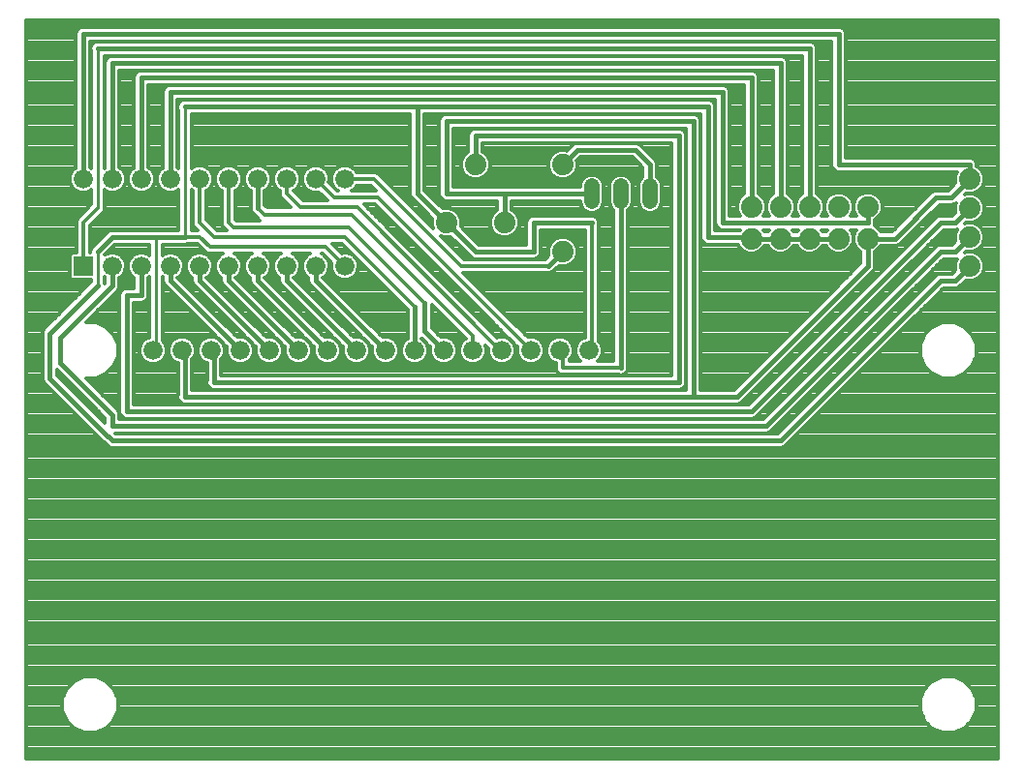
<source format=gtl>
G75*
%MOIN*%
%OFA0B0*%
%FSLAX25Y25*%
%IPPOS*%
%LPD*%
%AMOC8*
5,1,8,0,0,1.08239X$1,22.5*
%
%ADD10C,0.07400*%
%ADD11R,0.06600X0.06600*%
%ADD12C,0.06600*%
%ADD13C,0.05200*%
%ADD14C,0.01600*%
%ADD15C,0.01000*%
%ADD16C,0.01400*%
%ADD17C,0.01500*%
D10*
X0191750Y0181750D03*
X0171750Y0191750D03*
X0151750Y0191750D03*
X0161750Y0211750D03*
X0191750Y0211750D03*
X0256750Y0197250D03*
X0266750Y0197250D03*
X0276750Y0197250D03*
X0286750Y0197250D03*
X0296750Y0197250D03*
X0296750Y0186250D03*
X0286750Y0186250D03*
X0276750Y0186250D03*
X0266750Y0186250D03*
X0256750Y0186250D03*
X0331750Y0186750D03*
X0331750Y0176750D03*
X0331750Y0196750D03*
X0331750Y0206750D03*
D11*
X0026750Y0176750D03*
D12*
X0036750Y0176750D03*
X0046750Y0176750D03*
X0056750Y0176750D03*
X0066750Y0176750D03*
X0076750Y0176750D03*
X0086750Y0176750D03*
X0096750Y0176750D03*
X0106750Y0176750D03*
X0116750Y0176750D03*
X0120766Y0147774D03*
X0130766Y0147774D03*
X0140766Y0147774D03*
X0150766Y0147774D03*
X0160766Y0147774D03*
X0170766Y0147774D03*
X0180766Y0147774D03*
X0190766Y0147774D03*
X0200766Y0147774D03*
X0116750Y0206750D03*
X0106750Y0206750D03*
X0096750Y0206750D03*
X0086750Y0206750D03*
X0076750Y0206750D03*
X0066750Y0206750D03*
X0056750Y0206750D03*
X0046750Y0206750D03*
X0036750Y0206750D03*
X0026750Y0206750D03*
X0050766Y0147774D03*
X0060766Y0147774D03*
X0070766Y0147774D03*
X0080766Y0147774D03*
X0090766Y0147774D03*
X0100766Y0147774D03*
X0110766Y0147774D03*
D13*
X0201750Y0199150D02*
X0201750Y0204350D01*
X0211750Y0204350D02*
X0211750Y0199150D01*
X0221750Y0199150D02*
X0221750Y0204350D01*
D14*
X0221750Y0201750D02*
X0221750Y0211750D01*
X0211750Y0201750D02*
X0211750Y0141750D01*
X0231750Y0136750D02*
X0231750Y0221750D01*
X0161750Y0221750D01*
X0161750Y0211750D01*
X0151750Y0201750D02*
X0151750Y0226750D01*
X0236750Y0226750D01*
X0236750Y0131750D01*
X0251750Y0131750D01*
X0296750Y0176750D01*
X0296750Y0186250D01*
X0306159Y0186250D01*
X0320259Y0200350D01*
X0325350Y0200350D01*
X0331750Y0206750D01*
X0331750Y0211750D01*
X0286750Y0211750D01*
X0286750Y0256750D01*
X0026750Y0256750D01*
X0026750Y0206750D01*
X0036750Y0206750D02*
X0036750Y0246750D01*
X0266750Y0246750D01*
X0266750Y0197250D01*
X0256750Y0197250D02*
X0256750Y0241750D01*
X0046750Y0241750D01*
X0046750Y0206750D01*
X0056750Y0206750D02*
X0056750Y0236750D01*
X0246750Y0236750D01*
X0246750Y0191750D01*
X0296750Y0191750D01*
X0296750Y0197250D01*
X0286750Y0186250D02*
X0276750Y0186250D01*
X0266750Y0186250D01*
X0256750Y0186250D01*
X0256750Y0186750D01*
X0241750Y0186750D01*
X0241750Y0231750D01*
X0141750Y0231750D01*
X0141750Y0201750D01*
X0151750Y0191750D01*
X0161750Y0181750D01*
X0181750Y0181750D01*
X0181750Y0191750D01*
X0201750Y0191750D01*
X0201750Y0201750D02*
X0171750Y0201750D01*
X0171750Y0191750D01*
X0171750Y0201750D02*
X0151750Y0201750D01*
X0141750Y0231750D02*
X0061750Y0231750D01*
X0031750Y0251750D02*
X0276750Y0251750D01*
X0276750Y0197250D01*
X0321750Y0191750D02*
X0326750Y0191750D01*
X0331750Y0196750D01*
X0321750Y0191750D02*
X0256750Y0126750D01*
X0041750Y0126750D01*
X0041750Y0166750D01*
X0046750Y0166750D01*
X0046750Y0176750D01*
X0036750Y0176750D02*
X0036750Y0169995D01*
X0018800Y0152045D01*
X0018800Y0143502D01*
X0036750Y0125553D01*
X0036750Y0121750D01*
X0261750Y0121750D01*
X0321750Y0181750D01*
X0326841Y0181750D01*
X0331750Y0186659D01*
X0331750Y0186750D01*
X0331750Y0176750D02*
X0331750Y0176659D01*
X0326841Y0171750D01*
X0321750Y0171750D01*
X0266750Y0116750D01*
X0036750Y0116750D01*
X0035350Y0118150D01*
X0035259Y0118150D01*
X0015200Y0138208D01*
X0015200Y0153536D01*
X0031750Y0170086D01*
X0031750Y0181750D02*
X0036750Y0186750D01*
X0051750Y0186750D01*
X0061750Y0186750D01*
X0056750Y0176750D02*
X0056750Y0171789D01*
X0066750Y0171789D02*
X0066750Y0176750D01*
X0076750Y0176750D02*
X0076750Y0171789D01*
X0086750Y0171789D02*
X0086750Y0176750D01*
X0096750Y0176750D02*
X0096750Y0171789D01*
X0106750Y0171789D02*
X0106750Y0176750D01*
X0071750Y0136750D02*
X0231750Y0136750D01*
X0236750Y0131750D02*
X0061750Y0131750D01*
X0331750Y0176730D02*
X0331750Y0176750D01*
D15*
X0061949Y0186750D02*
X0061750Y0186949D01*
X0061750Y0231750D01*
X0031750Y0251750D02*
X0031750Y0196750D01*
X0051750Y0186750D02*
X0051750Y0148758D01*
X0050766Y0147774D01*
X0031750Y0170086D02*
X0031750Y0181750D01*
D16*
X0007200Y0261300D02*
X0007200Y0007200D01*
X0010666Y0007200D01*
X0341300Y0007200D01*
X0341300Y0261300D01*
X0007200Y0261300D01*
X0007200Y0260920D02*
X0341300Y0260920D01*
X0341300Y0259521D02*
X0007200Y0259521D01*
X0007200Y0258123D02*
X0024613Y0258123D01*
X0024631Y0258166D02*
X0024250Y0257247D01*
X0024250Y0210693D01*
X0024144Y0210650D01*
X0022850Y0209356D01*
X0022150Y0207665D01*
X0022150Y0205835D01*
X0022850Y0204144D01*
X0024144Y0202850D01*
X0025835Y0202150D01*
X0027665Y0202150D01*
X0029356Y0202850D01*
X0029550Y0203045D01*
X0029550Y0197944D01*
X0025391Y0193785D01*
X0024715Y0193109D01*
X0024350Y0192227D01*
X0024350Y0181350D01*
X0022912Y0181350D01*
X0022150Y0180588D01*
X0022150Y0172912D01*
X0022912Y0172150D01*
X0029550Y0172150D01*
X0029550Y0171421D01*
X0013081Y0154952D01*
X0012700Y0154033D01*
X0012700Y0137711D01*
X0013081Y0136792D01*
X0033843Y0116031D01*
X0033998Y0115966D01*
X0034631Y0115334D01*
X0034631Y0115334D01*
X0035334Y0114631D01*
X0036253Y0114250D01*
X0267247Y0114250D01*
X0268166Y0114631D01*
X0322786Y0169250D01*
X0327338Y0169250D01*
X0328257Y0169631D01*
X0328961Y0170334D01*
X0330488Y0171861D01*
X0330755Y0171750D01*
X0332745Y0171750D01*
X0334582Y0172511D01*
X0335989Y0173918D01*
X0336750Y0175755D01*
X0336750Y0177745D01*
X0335989Y0179582D01*
X0334582Y0180989D01*
X0332745Y0181750D01*
X0334582Y0182511D01*
X0335989Y0183918D01*
X0336750Y0185755D01*
X0336750Y0187745D01*
X0335989Y0189582D01*
X0334582Y0190989D01*
X0332745Y0191750D01*
X0334582Y0192511D01*
X0335989Y0193918D01*
X0336750Y0195755D01*
X0336750Y0197745D01*
X0335989Y0199582D01*
X0334582Y0200989D01*
X0332745Y0201750D01*
X0334582Y0202511D01*
X0335989Y0203918D01*
X0336750Y0205755D01*
X0336750Y0207745D01*
X0335989Y0209582D01*
X0334582Y0210989D01*
X0334250Y0211126D01*
X0334250Y0212247D01*
X0333869Y0213166D01*
X0333166Y0213869D01*
X0332247Y0214250D01*
X0289250Y0214250D01*
X0289250Y0257247D01*
X0288869Y0258166D01*
X0288166Y0258869D01*
X0287247Y0259250D01*
X0026253Y0259250D01*
X0025334Y0258869D01*
X0024631Y0258166D01*
X0024250Y0256724D02*
X0007200Y0256724D01*
X0007200Y0255326D02*
X0024250Y0255326D01*
X0024250Y0253927D02*
X0007200Y0253927D01*
X0007200Y0252529D02*
X0024250Y0252529D01*
X0024250Y0251130D02*
X0007200Y0251130D01*
X0007200Y0249732D02*
X0024250Y0249732D01*
X0024250Y0248333D02*
X0007200Y0248333D01*
X0007200Y0246935D02*
X0024250Y0246935D01*
X0024250Y0245536D02*
X0007200Y0245536D01*
X0007200Y0244138D02*
X0024250Y0244138D01*
X0024250Y0242739D02*
X0007200Y0242739D01*
X0007200Y0241341D02*
X0024250Y0241341D01*
X0024250Y0239942D02*
X0007200Y0239942D01*
X0007200Y0238544D02*
X0024250Y0238544D01*
X0024250Y0237145D02*
X0007200Y0237145D01*
X0007200Y0235747D02*
X0024250Y0235747D01*
X0024250Y0234348D02*
X0007200Y0234348D01*
X0007200Y0232950D02*
X0024250Y0232950D01*
X0024250Y0231551D02*
X0007200Y0231551D01*
X0007200Y0230153D02*
X0024250Y0230153D01*
X0024250Y0228754D02*
X0007200Y0228754D01*
X0007200Y0227355D02*
X0024250Y0227355D01*
X0024250Y0225957D02*
X0007200Y0225957D01*
X0007200Y0224558D02*
X0024250Y0224558D01*
X0024250Y0223160D02*
X0007200Y0223160D01*
X0007200Y0221761D02*
X0024250Y0221761D01*
X0024250Y0220363D02*
X0007200Y0220363D01*
X0007200Y0218964D02*
X0024250Y0218964D01*
X0024250Y0217566D02*
X0007200Y0217566D01*
X0007200Y0216167D02*
X0024250Y0216167D01*
X0024250Y0214769D02*
X0007200Y0214769D01*
X0007200Y0213370D02*
X0024250Y0213370D01*
X0024250Y0211972D02*
X0007200Y0211972D01*
X0007200Y0210573D02*
X0024068Y0210573D01*
X0022775Y0209175D02*
X0007200Y0209175D01*
X0007200Y0207776D02*
X0022196Y0207776D01*
X0022150Y0206378D02*
X0007200Y0206378D01*
X0007200Y0204979D02*
X0022504Y0204979D01*
X0023414Y0203581D02*
X0007200Y0203581D01*
X0007200Y0202182D02*
X0025757Y0202182D01*
X0027743Y0202182D02*
X0029550Y0202182D01*
X0029550Y0200784D02*
X0007200Y0200784D01*
X0007200Y0199385D02*
X0029550Y0199385D01*
X0029550Y0197987D02*
X0007200Y0197987D01*
X0007200Y0196588D02*
X0028194Y0196588D01*
X0026796Y0195190D02*
X0007200Y0195190D01*
X0007200Y0193791D02*
X0025397Y0193791D01*
X0024418Y0192393D02*
X0007200Y0192393D01*
X0007200Y0190994D02*
X0024350Y0190994D01*
X0024350Y0189596D02*
X0007200Y0189596D01*
X0007200Y0188197D02*
X0024350Y0188197D01*
X0024350Y0186799D02*
X0007200Y0186799D01*
X0007200Y0185400D02*
X0024350Y0185400D01*
X0024350Y0184002D02*
X0007200Y0184002D01*
X0007200Y0182603D02*
X0024350Y0182603D01*
X0022766Y0181205D02*
X0007200Y0181205D01*
X0007200Y0179806D02*
X0022150Y0179806D01*
X0022150Y0178408D02*
X0007200Y0178408D01*
X0007200Y0177009D02*
X0022150Y0177009D01*
X0022150Y0175611D02*
X0007200Y0175611D01*
X0007200Y0174212D02*
X0022150Y0174212D01*
X0022248Y0172814D02*
X0007200Y0172814D01*
X0007200Y0171415D02*
X0029544Y0171415D01*
X0028145Y0170017D02*
X0007200Y0170017D01*
X0007200Y0168618D02*
X0026747Y0168618D01*
X0025348Y0167220D02*
X0007200Y0167220D01*
X0007200Y0165821D02*
X0023950Y0165821D01*
X0022551Y0164422D02*
X0007200Y0164422D01*
X0007200Y0163024D02*
X0021153Y0163024D01*
X0019754Y0161625D02*
X0007200Y0161625D01*
X0007200Y0160227D02*
X0018356Y0160227D01*
X0016957Y0158828D02*
X0007200Y0158828D01*
X0007200Y0157430D02*
X0015559Y0157430D01*
X0014160Y0156031D02*
X0007200Y0156031D01*
X0007200Y0154633D02*
X0012949Y0154633D01*
X0012700Y0153234D02*
X0007200Y0153234D01*
X0007200Y0151836D02*
X0012700Y0151836D01*
X0012700Y0150437D02*
X0007200Y0150437D01*
X0007200Y0149039D02*
X0012700Y0149039D01*
X0012700Y0147640D02*
X0007200Y0147640D01*
X0007200Y0146242D02*
X0012700Y0146242D01*
X0012700Y0144843D02*
X0007200Y0144843D01*
X0007200Y0143445D02*
X0012700Y0143445D01*
X0012700Y0142046D02*
X0007200Y0142046D01*
X0007200Y0140648D02*
X0012700Y0140648D01*
X0012700Y0139249D02*
X0007200Y0139249D01*
X0007200Y0137851D02*
X0012700Y0137851D01*
X0013421Y0136452D02*
X0007200Y0136452D01*
X0007200Y0135054D02*
X0014820Y0135054D01*
X0016218Y0133655D02*
X0007200Y0133655D01*
X0007200Y0132257D02*
X0017617Y0132257D01*
X0019015Y0130858D02*
X0007200Y0130858D01*
X0007200Y0129460D02*
X0020414Y0129460D01*
X0021812Y0128061D02*
X0007200Y0128061D01*
X0007200Y0126663D02*
X0023211Y0126663D01*
X0024609Y0125264D02*
X0007200Y0125264D01*
X0007200Y0123866D02*
X0026008Y0123866D01*
X0027406Y0122467D02*
X0007200Y0122467D01*
X0007200Y0121069D02*
X0028805Y0121069D01*
X0030203Y0119670D02*
X0007200Y0119670D01*
X0007200Y0118272D02*
X0031602Y0118272D01*
X0033000Y0116873D02*
X0007200Y0116873D01*
X0007200Y0115475D02*
X0034490Y0115475D01*
X0037786Y0119250D02*
X0262247Y0119250D01*
X0263166Y0119631D01*
X0322786Y0179250D01*
X0327338Y0179250D01*
X0327381Y0179268D01*
X0326750Y0177745D01*
X0326750Y0175755D01*
X0326914Y0175359D01*
X0325806Y0174250D01*
X0321253Y0174250D01*
X0320334Y0173869D01*
X0319631Y0173166D01*
X0265714Y0119250D01*
X0037786Y0119250D01*
X0037786Y0119250D01*
X0034250Y0122694D02*
X0034250Y0124517D01*
X0017700Y0141067D01*
X0017700Y0139244D01*
X0034250Y0122694D01*
X0034250Y0123866D02*
X0033079Y0123866D01*
X0033503Y0125264D02*
X0031680Y0125264D01*
X0032104Y0126663D02*
X0030282Y0126663D01*
X0030706Y0128061D02*
X0028883Y0128061D01*
X0029307Y0129460D02*
X0027485Y0129460D01*
X0027909Y0130858D02*
X0026086Y0130858D01*
X0026510Y0132257D02*
X0024688Y0132257D01*
X0025112Y0133655D02*
X0023289Y0133655D01*
X0023713Y0135054D02*
X0021891Y0135054D01*
X0022315Y0136452D02*
X0020492Y0136452D01*
X0020916Y0137851D02*
X0019094Y0137851D01*
X0019518Y0139249D02*
X0017700Y0139249D01*
X0017700Y0140648D02*
X0018119Y0140648D01*
X0027686Y0138152D02*
X0031026Y0138152D01*
X0034562Y0139617D01*
X0037269Y0142324D01*
X0038733Y0145860D01*
X0038733Y0149687D01*
X0037269Y0153224D01*
X0034562Y0155930D01*
X0031026Y0157395D01*
X0027686Y0157395D01*
X0038869Y0168578D01*
X0039250Y0169497D01*
X0039250Y0172807D01*
X0039356Y0172850D01*
X0040650Y0174144D01*
X0041350Y0175835D01*
X0041350Y0177665D01*
X0040650Y0179356D01*
X0039356Y0180650D01*
X0037665Y0181350D01*
X0035835Y0181350D01*
X0034214Y0180679D01*
X0037786Y0184250D01*
X0049550Y0184250D01*
X0049550Y0180455D01*
X0049356Y0180650D01*
X0047665Y0181350D01*
X0045835Y0181350D01*
X0044144Y0180650D01*
X0042850Y0179356D01*
X0042150Y0177665D01*
X0042150Y0175835D01*
X0042850Y0174144D01*
X0044144Y0172850D01*
X0044250Y0172807D01*
X0044250Y0169250D01*
X0041253Y0169250D01*
X0040334Y0168869D01*
X0039631Y0168166D01*
X0039250Y0167247D01*
X0039250Y0126253D01*
X0039631Y0125334D01*
X0040334Y0124631D01*
X0041253Y0124250D01*
X0257247Y0124250D01*
X0258166Y0124631D01*
X0322786Y0189250D01*
X0327247Y0189250D01*
X0327400Y0189313D01*
X0326750Y0187745D01*
X0326750Y0185755D01*
X0326914Y0185359D01*
X0325806Y0184250D01*
X0321253Y0184250D01*
X0320334Y0183869D01*
X0319631Y0183166D01*
X0260714Y0124250D01*
X0039250Y0124250D01*
X0039250Y0126050D01*
X0038869Y0126969D01*
X0027686Y0138152D01*
X0027987Y0137851D02*
X0039250Y0137851D01*
X0039250Y0139249D02*
X0033674Y0139249D01*
X0035593Y0140648D02*
X0039250Y0140648D01*
X0039250Y0142046D02*
X0036991Y0142046D01*
X0037733Y0143445D02*
X0039250Y0143445D01*
X0039250Y0144843D02*
X0038312Y0144843D01*
X0038733Y0146242D02*
X0039250Y0146242D01*
X0039250Y0147640D02*
X0038733Y0147640D01*
X0038733Y0149039D02*
X0039250Y0149039D01*
X0039250Y0150437D02*
X0038423Y0150437D01*
X0037844Y0151836D02*
X0039250Y0151836D01*
X0039250Y0153234D02*
X0037258Y0153234D01*
X0035859Y0154633D02*
X0039250Y0154633D01*
X0039250Y0156031D02*
X0034318Y0156031D01*
X0030518Y0160227D02*
X0039250Y0160227D01*
X0039250Y0161625D02*
X0031916Y0161625D01*
X0033315Y0163024D02*
X0039250Y0163024D01*
X0039250Y0164422D02*
X0034713Y0164422D01*
X0036112Y0165821D02*
X0039250Y0165821D01*
X0039250Y0167220D02*
X0037510Y0167220D01*
X0038886Y0168618D02*
X0040082Y0168618D01*
X0039250Y0170017D02*
X0044250Y0170017D01*
X0044250Y0171415D02*
X0039250Y0171415D01*
X0039267Y0172814D02*
X0044233Y0172814D01*
X0042822Y0174212D02*
X0040678Y0174212D01*
X0041257Y0175611D02*
X0042243Y0175611D01*
X0042150Y0177009D02*
X0041350Y0177009D01*
X0041042Y0178408D02*
X0042458Y0178408D01*
X0043301Y0179806D02*
X0040199Y0179806D01*
X0038016Y0181205D02*
X0045484Y0181205D01*
X0048016Y0181205D02*
X0049550Y0181205D01*
X0049550Y0182603D02*
X0036139Y0182603D01*
X0035484Y0181205D02*
X0034740Y0181205D01*
X0037537Y0184002D02*
X0049550Y0184002D01*
X0053950Y0184002D02*
X0066296Y0184002D01*
X0065948Y0184350D02*
X0068307Y0181991D01*
X0068982Y0181315D01*
X0069864Y0180950D01*
X0074869Y0180950D01*
X0074144Y0180650D01*
X0072850Y0179356D01*
X0072150Y0177665D01*
X0072150Y0175835D01*
X0072850Y0174144D01*
X0074144Y0172850D01*
X0074250Y0172807D01*
X0074250Y0171292D01*
X0074631Y0170373D01*
X0075334Y0169670D01*
X0075455Y0169620D01*
X0096230Y0148844D01*
X0096166Y0148689D01*
X0096166Y0146859D01*
X0096866Y0145168D01*
X0098160Y0143874D01*
X0099851Y0143174D01*
X0101681Y0143174D01*
X0103371Y0143874D01*
X0104665Y0145168D01*
X0105366Y0146859D01*
X0105366Y0148689D01*
X0104665Y0150379D01*
X0103371Y0151673D01*
X0101681Y0152374D01*
X0099851Y0152374D01*
X0099695Y0152309D01*
X0079250Y0172754D01*
X0079250Y0172807D01*
X0079356Y0172850D01*
X0080650Y0174144D01*
X0081350Y0175835D01*
X0081350Y0177665D01*
X0080650Y0179356D01*
X0079356Y0180650D01*
X0078631Y0180950D01*
X0084869Y0180950D01*
X0084144Y0180650D01*
X0082850Y0179356D01*
X0082150Y0177665D01*
X0082150Y0175835D01*
X0082850Y0174144D01*
X0084144Y0172850D01*
X0084250Y0172807D01*
X0084250Y0171292D01*
X0084631Y0170373D01*
X0085334Y0169670D01*
X0085455Y0169620D01*
X0106230Y0148844D01*
X0106166Y0148689D01*
X0106166Y0146859D01*
X0106866Y0145168D01*
X0108160Y0143874D01*
X0109851Y0143174D01*
X0111681Y0143174D01*
X0113371Y0143874D01*
X0114665Y0145168D01*
X0115366Y0146859D01*
X0115366Y0148689D01*
X0114665Y0150379D01*
X0113371Y0151673D01*
X0111681Y0152374D01*
X0109851Y0152374D01*
X0109695Y0152309D01*
X0089250Y0172754D01*
X0089250Y0172807D01*
X0089356Y0172850D01*
X0090650Y0174144D01*
X0091350Y0175835D01*
X0091350Y0177665D01*
X0090650Y0179356D01*
X0089356Y0180650D01*
X0088631Y0180950D01*
X0094869Y0180950D01*
X0094144Y0180650D01*
X0092850Y0179356D01*
X0092150Y0177665D01*
X0092150Y0175835D01*
X0092850Y0174144D01*
X0094144Y0172850D01*
X0094250Y0172807D01*
X0094250Y0171292D01*
X0094631Y0170373D01*
X0095334Y0169670D01*
X0095455Y0169620D01*
X0116230Y0148844D01*
X0116166Y0148689D01*
X0116166Y0146859D01*
X0116866Y0145168D01*
X0118160Y0143874D01*
X0119851Y0143174D01*
X0121681Y0143174D01*
X0123371Y0143874D01*
X0124665Y0145168D01*
X0125366Y0146859D01*
X0125366Y0148689D01*
X0124665Y0150379D01*
X0123371Y0151673D01*
X0121681Y0152374D01*
X0119851Y0152374D01*
X0119695Y0152309D01*
X0099250Y0172754D01*
X0099250Y0172807D01*
X0099356Y0172850D01*
X0100650Y0174144D01*
X0101350Y0175835D01*
X0101350Y0177665D01*
X0100650Y0179356D01*
X0099356Y0180650D01*
X0098631Y0180950D01*
X0104869Y0180950D01*
X0104144Y0180650D01*
X0102850Y0179356D01*
X0102150Y0177665D01*
X0102150Y0175835D01*
X0102850Y0174144D01*
X0104144Y0172850D01*
X0104250Y0172807D01*
X0104250Y0171292D01*
X0104631Y0170373D01*
X0105334Y0169670D01*
X0105455Y0169620D01*
X0126230Y0148844D01*
X0126166Y0148689D01*
X0126166Y0146859D01*
X0126866Y0145168D01*
X0128160Y0143874D01*
X0129851Y0143174D01*
X0131681Y0143174D01*
X0133371Y0143874D01*
X0134665Y0145168D01*
X0135366Y0146859D01*
X0135366Y0148689D01*
X0134665Y0150379D01*
X0133371Y0151673D01*
X0131681Y0152374D01*
X0129851Y0152374D01*
X0129695Y0152309D01*
X0109250Y0172754D01*
X0109250Y0172807D01*
X0109356Y0172850D01*
X0110650Y0174144D01*
X0111350Y0175835D01*
X0111350Y0177665D01*
X0110650Y0179356D01*
X0109356Y0180650D01*
X0108631Y0180950D01*
X0109156Y0180950D01*
X0112235Y0177871D01*
X0112150Y0177665D01*
X0112150Y0175835D01*
X0112850Y0174144D01*
X0114144Y0172850D01*
X0115835Y0172150D01*
X0117665Y0172150D01*
X0119356Y0172850D01*
X0120650Y0174144D01*
X0121350Y0175835D01*
X0121350Y0177665D01*
X0120650Y0179356D01*
X0119356Y0180650D01*
X0117665Y0181350D01*
X0115835Y0181350D01*
X0115629Y0181265D01*
X0112544Y0184350D01*
X0115756Y0184350D01*
X0138316Y0161790D01*
X0138316Y0151738D01*
X0138160Y0151673D01*
X0136866Y0150379D01*
X0136166Y0148689D01*
X0136166Y0146859D01*
X0136866Y0145168D01*
X0138160Y0143874D01*
X0139851Y0143174D01*
X0141681Y0143174D01*
X0143371Y0143874D01*
X0144665Y0145168D01*
X0145366Y0146859D01*
X0145366Y0148689D01*
X0144665Y0150379D01*
X0143371Y0151673D01*
X0143216Y0151738D01*
X0143216Y0151859D01*
X0146230Y0148844D01*
X0146166Y0148689D01*
X0146166Y0146859D01*
X0146866Y0145168D01*
X0148160Y0143874D01*
X0149851Y0143174D01*
X0151681Y0143174D01*
X0153371Y0143874D01*
X0154665Y0145168D01*
X0155366Y0146859D01*
X0155366Y0148689D01*
X0154665Y0150379D01*
X0153371Y0151673D01*
X0151681Y0152374D01*
X0149851Y0152374D01*
X0149695Y0152309D01*
X0146616Y0155388D01*
X0146616Y0163490D01*
X0158353Y0151753D01*
X0158160Y0151673D01*
X0156866Y0150379D01*
X0156166Y0148689D01*
X0156166Y0146859D01*
X0156866Y0145168D01*
X0158160Y0143874D01*
X0159851Y0143174D01*
X0161681Y0143174D01*
X0163371Y0143874D01*
X0164665Y0145168D01*
X0165366Y0146859D01*
X0165366Y0148689D01*
X0165029Y0149502D01*
X0166166Y0148365D01*
X0166166Y0146859D01*
X0166866Y0145168D01*
X0168160Y0143874D01*
X0169851Y0143174D01*
X0171681Y0143174D01*
X0173371Y0143874D01*
X0174665Y0145168D01*
X0175366Y0146859D01*
X0175366Y0148689D01*
X0174665Y0150379D01*
X0173371Y0151673D01*
X0171681Y0152374D01*
X0169851Y0152374D01*
X0169211Y0152108D01*
X0123369Y0197950D01*
X0127195Y0197950D01*
X0176251Y0148894D01*
X0176166Y0148689D01*
X0176166Y0146859D01*
X0176866Y0145168D01*
X0178160Y0143874D01*
X0179851Y0143174D01*
X0181681Y0143174D01*
X0183371Y0143874D01*
X0184665Y0145168D01*
X0185366Y0146859D01*
X0185366Y0148689D01*
X0184665Y0150379D01*
X0183371Y0151673D01*
X0181681Y0152374D01*
X0179851Y0152374D01*
X0179645Y0152288D01*
X0157583Y0174350D01*
X0186142Y0174350D01*
X0186263Y0174300D01*
X0187237Y0174300D01*
X0188138Y0174673D01*
X0190373Y0176908D01*
X0190755Y0176750D01*
X0192745Y0176750D01*
X0194582Y0177511D01*
X0195989Y0178918D01*
X0196750Y0180755D01*
X0196750Y0182745D01*
X0195989Y0184582D01*
X0194582Y0185989D01*
X0192745Y0186750D01*
X0190755Y0186750D01*
X0188918Y0185989D01*
X0187511Y0184582D01*
X0186750Y0182745D01*
X0186750Y0180755D01*
X0186908Y0180373D01*
X0185685Y0179150D01*
X0157744Y0179150D01*
X0149712Y0187182D01*
X0150755Y0186750D01*
X0152745Y0186750D01*
X0153077Y0186888D01*
X0160334Y0179631D01*
X0161253Y0179250D01*
X0182247Y0179250D01*
X0183166Y0179631D01*
X0183869Y0180334D01*
X0184250Y0181253D01*
X0184250Y0189250D01*
X0199350Y0189250D01*
X0199350Y0152166D01*
X0198160Y0151673D01*
X0196866Y0150379D01*
X0196166Y0148689D01*
X0196166Y0146859D01*
X0196866Y0145168D01*
X0197884Y0144150D01*
X0194150Y0144150D01*
X0194150Y0144652D01*
X0194665Y0145168D01*
X0195366Y0146859D01*
X0195366Y0148689D01*
X0194665Y0150379D01*
X0193371Y0151673D01*
X0191681Y0152374D01*
X0189851Y0152374D01*
X0188160Y0151673D01*
X0186866Y0150379D01*
X0186166Y0148689D01*
X0186166Y0146859D01*
X0186866Y0145168D01*
X0188160Y0143874D01*
X0189350Y0143381D01*
X0189350Y0141273D01*
X0189715Y0140391D01*
X0190391Y0139715D01*
X0191273Y0139350D01*
X0211011Y0139350D01*
X0211253Y0139250D01*
X0212247Y0139250D01*
X0213166Y0139631D01*
X0213869Y0140334D01*
X0214250Y0141253D01*
X0214250Y0196135D01*
X0215056Y0196941D01*
X0215650Y0198374D01*
X0215650Y0205126D01*
X0215056Y0206559D01*
X0213959Y0207656D01*
X0212526Y0208250D01*
X0210974Y0208250D01*
X0209541Y0207656D01*
X0208444Y0206559D01*
X0207850Y0205126D01*
X0207850Y0198374D01*
X0208444Y0196941D01*
X0209250Y0196135D01*
X0209250Y0144150D01*
X0203647Y0144150D01*
X0204665Y0145168D01*
X0205366Y0146859D01*
X0205366Y0148689D01*
X0204665Y0150379D01*
X0204150Y0150895D01*
X0204150Y0191011D01*
X0204250Y0191253D01*
X0204250Y0192247D01*
X0203869Y0193166D01*
X0203166Y0193869D01*
X0202247Y0194250D01*
X0181253Y0194250D01*
X0180334Y0193869D01*
X0179631Y0193166D01*
X0179250Y0192247D01*
X0179250Y0184250D01*
X0162786Y0184250D01*
X0156612Y0190423D01*
X0156750Y0190755D01*
X0156750Y0192745D01*
X0155989Y0194582D01*
X0154582Y0195989D01*
X0152745Y0196750D01*
X0150755Y0196750D01*
X0150423Y0196612D01*
X0144250Y0202786D01*
X0144250Y0229250D01*
X0239250Y0229250D01*
X0239250Y0186253D01*
X0239631Y0185334D01*
X0240334Y0184631D01*
X0241253Y0184250D01*
X0252166Y0184250D01*
X0252511Y0183418D01*
X0253918Y0182011D01*
X0255755Y0181250D01*
X0257745Y0181250D01*
X0259582Y0182011D01*
X0260989Y0183418D01*
X0261126Y0183750D01*
X0262374Y0183750D01*
X0262511Y0183418D01*
X0263918Y0182011D01*
X0265755Y0181250D01*
X0267745Y0181250D01*
X0269582Y0182011D01*
X0270989Y0183418D01*
X0271126Y0183750D01*
X0272374Y0183750D01*
X0272511Y0183418D01*
X0273918Y0182011D01*
X0275755Y0181250D01*
X0277745Y0181250D01*
X0279582Y0182011D01*
X0280989Y0183418D01*
X0281126Y0183750D01*
X0282374Y0183750D01*
X0282511Y0183418D01*
X0283918Y0182011D01*
X0285755Y0181250D01*
X0287745Y0181250D01*
X0289582Y0182011D01*
X0290989Y0183418D01*
X0291750Y0185255D01*
X0292511Y0183418D01*
X0293918Y0182011D01*
X0294250Y0181874D01*
X0294250Y0177786D01*
X0250714Y0134250D01*
X0239250Y0134250D01*
X0239250Y0227247D01*
X0238869Y0228166D01*
X0238166Y0228869D01*
X0237247Y0229250D01*
X0151253Y0229250D01*
X0150334Y0228869D01*
X0149631Y0228166D01*
X0149250Y0227247D01*
X0149250Y0201253D01*
X0149631Y0200334D01*
X0150334Y0199631D01*
X0151253Y0199250D01*
X0169250Y0199250D01*
X0169250Y0196126D01*
X0168918Y0195989D01*
X0167511Y0194582D01*
X0166750Y0192745D01*
X0166750Y0190755D01*
X0167511Y0188918D01*
X0168918Y0187511D01*
X0170755Y0186750D01*
X0172745Y0186750D01*
X0174582Y0187511D01*
X0175989Y0188918D01*
X0176750Y0190755D01*
X0176750Y0192745D01*
X0175989Y0194582D01*
X0174582Y0195989D01*
X0174250Y0196126D01*
X0174250Y0199250D01*
X0197850Y0199250D01*
X0197850Y0198374D01*
X0198444Y0196941D01*
X0199541Y0195844D01*
X0200974Y0195250D01*
X0202526Y0195250D01*
X0203959Y0195844D01*
X0205056Y0196941D01*
X0205650Y0198374D01*
X0205650Y0205126D01*
X0205056Y0206559D01*
X0203959Y0207656D01*
X0202526Y0208250D01*
X0200974Y0208250D01*
X0199541Y0207656D01*
X0198444Y0206559D01*
X0197850Y0205126D01*
X0197850Y0204250D01*
X0154250Y0204250D01*
X0154250Y0224250D01*
X0234250Y0224250D01*
X0234250Y0134250D01*
X0064200Y0134250D01*
X0064200Y0144702D01*
X0064665Y0145168D01*
X0065366Y0146859D01*
X0065366Y0148689D01*
X0064665Y0150379D01*
X0063371Y0151673D01*
X0061681Y0152374D01*
X0059851Y0152374D01*
X0058160Y0151673D01*
X0056866Y0150379D01*
X0056166Y0148689D01*
X0056166Y0146859D01*
X0056866Y0145168D01*
X0058160Y0143874D01*
X0059300Y0143402D01*
X0059300Y0132368D01*
X0059250Y0132247D01*
X0059250Y0131253D01*
X0059631Y0130334D01*
X0060334Y0129631D01*
X0061253Y0129250D01*
X0252247Y0129250D01*
X0253166Y0129631D01*
X0298166Y0174631D01*
X0298869Y0175334D01*
X0299250Y0176253D01*
X0299250Y0181874D01*
X0299582Y0182011D01*
X0300989Y0183418D01*
X0301126Y0183750D01*
X0306656Y0183750D01*
X0307575Y0184131D01*
X0321294Y0197850D01*
X0325847Y0197850D01*
X0326766Y0198231D01*
X0327082Y0198547D01*
X0326750Y0197745D01*
X0326750Y0195755D01*
X0326888Y0195423D01*
X0325714Y0194250D01*
X0321253Y0194250D01*
X0320334Y0193869D01*
X0319631Y0193166D01*
X0255714Y0129250D01*
X0044250Y0129250D01*
X0044250Y0164250D01*
X0047247Y0164250D01*
X0048166Y0164631D01*
X0048869Y0165334D01*
X0049250Y0166253D01*
X0049250Y0172807D01*
X0049356Y0172850D01*
X0049550Y0173045D01*
X0049550Y0152249D01*
X0048160Y0151673D01*
X0046866Y0150379D01*
X0046166Y0148689D01*
X0046166Y0146859D01*
X0046866Y0145168D01*
X0048160Y0143874D01*
X0049851Y0143174D01*
X0051681Y0143174D01*
X0053371Y0143874D01*
X0054665Y0145168D01*
X0055366Y0146859D01*
X0055366Y0148689D01*
X0054665Y0150379D01*
X0053950Y0151095D01*
X0053950Y0173045D01*
X0054144Y0172850D01*
X0054250Y0172807D01*
X0054250Y0171292D01*
X0054631Y0170373D01*
X0055334Y0169670D01*
X0055455Y0169620D01*
X0076230Y0148844D01*
X0076166Y0148689D01*
X0076166Y0146859D01*
X0076866Y0145168D01*
X0078160Y0143874D01*
X0079851Y0143174D01*
X0081681Y0143174D01*
X0083371Y0143874D01*
X0084665Y0145168D01*
X0085366Y0146859D01*
X0085366Y0148689D01*
X0084665Y0150379D01*
X0083371Y0151673D01*
X0081681Y0152374D01*
X0079851Y0152374D01*
X0079695Y0152309D01*
X0059250Y0172754D01*
X0059250Y0172807D01*
X0059356Y0172850D01*
X0060650Y0174144D01*
X0061350Y0175835D01*
X0061350Y0177665D01*
X0060650Y0179356D01*
X0059356Y0180650D01*
X0057665Y0181350D01*
X0055835Y0181350D01*
X0054144Y0180650D01*
X0053950Y0180455D01*
X0053950Y0184250D01*
X0062247Y0184250D01*
X0062489Y0184350D01*
X0065948Y0184350D01*
X0067694Y0182603D02*
X0053950Y0182603D01*
X0053950Y0181205D02*
X0055484Y0181205D01*
X0058016Y0181205D02*
X0065484Y0181205D01*
X0065835Y0181350D02*
X0064144Y0180650D01*
X0062850Y0179356D01*
X0062150Y0177665D01*
X0062150Y0175835D01*
X0062850Y0174144D01*
X0064144Y0172850D01*
X0064250Y0172807D01*
X0064250Y0171292D01*
X0064631Y0170373D01*
X0065334Y0169670D01*
X0065455Y0169620D01*
X0086230Y0148844D01*
X0086166Y0148689D01*
X0086166Y0146859D01*
X0086866Y0145168D01*
X0088160Y0143874D01*
X0089851Y0143174D01*
X0091681Y0143174D01*
X0093371Y0143874D01*
X0094665Y0145168D01*
X0095366Y0146859D01*
X0095366Y0148689D01*
X0094665Y0150379D01*
X0093371Y0151673D01*
X0091681Y0152374D01*
X0089851Y0152374D01*
X0089695Y0152309D01*
X0069250Y0172754D01*
X0069250Y0172807D01*
X0069356Y0172850D01*
X0070650Y0174144D01*
X0071350Y0175835D01*
X0071350Y0177665D01*
X0070650Y0179356D01*
X0069356Y0180650D01*
X0067665Y0181350D01*
X0065835Y0181350D01*
X0068016Y0181205D02*
X0069250Y0181205D01*
X0070199Y0179806D02*
X0073301Y0179806D01*
X0072458Y0178408D02*
X0071042Y0178408D01*
X0071350Y0177009D02*
X0072150Y0177009D01*
X0072243Y0175611D02*
X0071257Y0175611D01*
X0070678Y0174212D02*
X0072822Y0174212D01*
X0074233Y0172814D02*
X0069267Y0172814D01*
X0070589Y0171415D02*
X0074250Y0171415D01*
X0074987Y0170017D02*
X0071988Y0170017D01*
X0073386Y0168618D02*
X0076457Y0168618D01*
X0077855Y0167220D02*
X0074785Y0167220D01*
X0076183Y0165821D02*
X0079254Y0165821D01*
X0080652Y0164422D02*
X0077582Y0164422D01*
X0078980Y0163024D02*
X0082051Y0163024D01*
X0083449Y0161625D02*
X0080379Y0161625D01*
X0081777Y0160227D02*
X0084848Y0160227D01*
X0086246Y0158828D02*
X0083176Y0158828D01*
X0084574Y0157430D02*
X0087645Y0157430D01*
X0089043Y0156031D02*
X0085973Y0156031D01*
X0087371Y0154633D02*
X0090442Y0154633D01*
X0091840Y0153234D02*
X0088770Y0153234D01*
X0092979Y0151836D02*
X0093239Y0151836D01*
X0094607Y0150437D02*
X0094637Y0150437D01*
X0095221Y0149039D02*
X0096036Y0149039D01*
X0096166Y0147640D02*
X0095366Y0147640D01*
X0095110Y0146242D02*
X0096421Y0146242D01*
X0097191Y0144843D02*
X0094341Y0144843D01*
X0092335Y0143445D02*
X0099196Y0143445D01*
X0102335Y0143445D02*
X0109196Y0143445D01*
X0107191Y0144843D02*
X0104341Y0144843D01*
X0105110Y0146242D02*
X0106421Y0146242D01*
X0106166Y0147640D02*
X0105366Y0147640D01*
X0105221Y0149039D02*
X0106036Y0149039D01*
X0104637Y0150437D02*
X0104607Y0150437D01*
X0103239Y0151836D02*
X0102979Y0151836D01*
X0101840Y0153234D02*
X0098770Y0153234D01*
X0097371Y0154633D02*
X0100442Y0154633D01*
X0099043Y0156031D02*
X0095973Y0156031D01*
X0094574Y0157430D02*
X0097645Y0157430D01*
X0096246Y0158828D02*
X0093176Y0158828D01*
X0091777Y0160227D02*
X0094848Y0160227D01*
X0093449Y0161625D02*
X0090379Y0161625D01*
X0088980Y0163024D02*
X0092051Y0163024D01*
X0090652Y0164422D02*
X0087582Y0164422D01*
X0086183Y0165821D02*
X0089254Y0165821D01*
X0087855Y0167220D02*
X0084785Y0167220D01*
X0083386Y0168618D02*
X0086457Y0168618D01*
X0084987Y0170017D02*
X0081988Y0170017D01*
X0080589Y0171415D02*
X0084250Y0171415D01*
X0084233Y0172814D02*
X0079267Y0172814D01*
X0080678Y0174212D02*
X0082822Y0174212D01*
X0082243Y0175611D02*
X0081257Y0175611D01*
X0081350Y0177009D02*
X0082150Y0177009D01*
X0082458Y0178408D02*
X0081042Y0178408D01*
X0080199Y0179806D02*
X0083301Y0179806D01*
X0090199Y0179806D02*
X0093301Y0179806D01*
X0092458Y0178408D02*
X0091042Y0178408D01*
X0091350Y0177009D02*
X0092150Y0177009D01*
X0092243Y0175611D02*
X0091257Y0175611D01*
X0090678Y0174212D02*
X0092822Y0174212D01*
X0094233Y0172814D02*
X0089267Y0172814D01*
X0090589Y0171415D02*
X0094250Y0171415D01*
X0094987Y0170017D02*
X0091988Y0170017D01*
X0093386Y0168618D02*
X0096457Y0168618D01*
X0097855Y0167220D02*
X0094785Y0167220D01*
X0096183Y0165821D02*
X0099254Y0165821D01*
X0100652Y0164422D02*
X0097582Y0164422D01*
X0098980Y0163024D02*
X0102051Y0163024D01*
X0103449Y0161625D02*
X0100379Y0161625D01*
X0101777Y0160227D02*
X0104848Y0160227D01*
X0106246Y0158828D02*
X0103176Y0158828D01*
X0104574Y0157430D02*
X0107645Y0157430D01*
X0109043Y0156031D02*
X0105973Y0156031D01*
X0107371Y0154633D02*
X0110442Y0154633D01*
X0111840Y0153234D02*
X0108770Y0153234D01*
X0112979Y0151836D02*
X0113239Y0151836D01*
X0114607Y0150437D02*
X0114637Y0150437D01*
X0115221Y0149039D02*
X0116036Y0149039D01*
X0116166Y0147640D02*
X0115366Y0147640D01*
X0115110Y0146242D02*
X0116421Y0146242D01*
X0117191Y0144843D02*
X0114341Y0144843D01*
X0112335Y0143445D02*
X0119196Y0143445D01*
X0122335Y0143445D02*
X0129196Y0143445D01*
X0127191Y0144843D02*
X0124341Y0144843D01*
X0125110Y0146242D02*
X0126421Y0146242D01*
X0126166Y0147640D02*
X0125366Y0147640D01*
X0125221Y0149039D02*
X0126036Y0149039D01*
X0124637Y0150437D02*
X0124607Y0150437D01*
X0123239Y0151836D02*
X0122979Y0151836D01*
X0121840Y0153234D02*
X0118770Y0153234D01*
X0117371Y0154633D02*
X0120442Y0154633D01*
X0119043Y0156031D02*
X0115973Y0156031D01*
X0114574Y0157430D02*
X0117645Y0157430D01*
X0116246Y0158828D02*
X0113176Y0158828D01*
X0111777Y0160227D02*
X0114848Y0160227D01*
X0113449Y0161625D02*
X0110379Y0161625D01*
X0108980Y0163024D02*
X0112051Y0163024D01*
X0110652Y0164422D02*
X0107582Y0164422D01*
X0106183Y0165821D02*
X0109254Y0165821D01*
X0107855Y0167220D02*
X0104785Y0167220D01*
X0103386Y0168618D02*
X0106457Y0168618D01*
X0104987Y0170017D02*
X0101988Y0170017D01*
X0100589Y0171415D02*
X0104250Y0171415D01*
X0104233Y0172814D02*
X0099267Y0172814D01*
X0100678Y0174212D02*
X0102822Y0174212D01*
X0102243Y0175611D02*
X0101257Y0175611D01*
X0101350Y0177009D02*
X0102150Y0177009D01*
X0102458Y0178408D02*
X0101042Y0178408D01*
X0100199Y0179806D02*
X0103301Y0179806D01*
X0110199Y0179806D02*
X0110300Y0179806D01*
X0111042Y0178408D02*
X0111698Y0178408D01*
X0111350Y0177009D02*
X0112150Y0177009D01*
X0112243Y0175611D02*
X0111257Y0175611D01*
X0110678Y0174212D02*
X0112822Y0174212D01*
X0114233Y0172814D02*
X0109267Y0172814D01*
X0110589Y0171415D02*
X0128691Y0171415D01*
X0130089Y0170017D02*
X0111988Y0170017D01*
X0113386Y0168618D02*
X0131488Y0168618D01*
X0132886Y0167220D02*
X0114785Y0167220D01*
X0116183Y0165821D02*
X0134285Y0165821D01*
X0135683Y0164422D02*
X0117582Y0164422D01*
X0118980Y0163024D02*
X0137082Y0163024D01*
X0138316Y0161625D02*
X0120379Y0161625D01*
X0121777Y0160227D02*
X0138316Y0160227D01*
X0138316Y0158828D02*
X0123176Y0158828D01*
X0124574Y0157430D02*
X0138316Y0157430D01*
X0138316Y0156031D02*
X0125973Y0156031D01*
X0127371Y0154633D02*
X0138316Y0154633D01*
X0138316Y0153234D02*
X0128770Y0153234D01*
X0132979Y0151836D02*
X0138316Y0151836D01*
X0136924Y0150437D02*
X0134607Y0150437D01*
X0135221Y0149039D02*
X0136311Y0149039D01*
X0136166Y0147640D02*
X0135366Y0147640D01*
X0135110Y0146242D02*
X0136421Y0146242D01*
X0137191Y0144843D02*
X0134341Y0144843D01*
X0132335Y0143445D02*
X0139196Y0143445D01*
X0142335Y0143445D02*
X0149196Y0143445D01*
X0147191Y0144843D02*
X0144341Y0144843D01*
X0145110Y0146242D02*
X0146421Y0146242D01*
X0146166Y0147640D02*
X0145366Y0147640D01*
X0145221Y0149039D02*
X0146036Y0149039D01*
X0144637Y0150437D02*
X0144607Y0150437D01*
X0143239Y0151836D02*
X0143216Y0151836D01*
X0147371Y0154633D02*
X0155473Y0154633D01*
X0154074Y0156031D02*
X0146616Y0156031D01*
X0146616Y0157430D02*
X0152676Y0157430D01*
X0151277Y0158828D02*
X0146616Y0158828D01*
X0146616Y0160227D02*
X0149879Y0160227D01*
X0148480Y0161625D02*
X0146616Y0161625D01*
X0146616Y0163024D02*
X0147082Y0163024D01*
X0144166Y0164143D02*
X0118158Y0190150D01*
X0078350Y0190150D01*
X0076750Y0191750D01*
X0076750Y0206750D01*
X0080996Y0204979D02*
X0082504Y0204979D01*
X0082850Y0204144D02*
X0084144Y0202850D01*
X0084300Y0202786D01*
X0084300Y0196263D01*
X0084673Y0195362D01*
X0085362Y0194673D01*
X0085483Y0194623D01*
X0087556Y0192550D01*
X0079344Y0192550D01*
X0079150Y0192744D01*
X0079150Y0202765D01*
X0079356Y0202850D01*
X0080650Y0204144D01*
X0081350Y0205835D01*
X0081350Y0207665D01*
X0080650Y0209356D01*
X0079356Y0210650D01*
X0077665Y0211350D01*
X0075835Y0211350D01*
X0074144Y0210650D01*
X0072850Y0209356D01*
X0072150Y0207665D01*
X0072150Y0205835D01*
X0072850Y0204144D01*
X0074144Y0202850D01*
X0074350Y0202765D01*
X0074350Y0191273D01*
X0074715Y0190391D01*
X0075391Y0189715D01*
X0075956Y0189150D01*
X0072744Y0189150D01*
X0069150Y0192744D01*
X0069150Y0202765D01*
X0069356Y0202850D01*
X0070650Y0204144D01*
X0071350Y0205835D01*
X0071350Y0207665D01*
X0070650Y0209356D01*
X0069356Y0210650D01*
X0067665Y0211350D01*
X0065835Y0211350D01*
X0064144Y0210650D01*
X0063950Y0210455D01*
X0063950Y0229250D01*
X0139250Y0229250D01*
X0139250Y0201253D01*
X0139631Y0200334D01*
X0140334Y0199631D01*
X0146888Y0193077D01*
X0146750Y0192745D01*
X0146750Y0190755D01*
X0147182Y0189712D01*
X0128109Y0208785D01*
X0127227Y0209150D01*
X0120735Y0209150D01*
X0120650Y0209356D01*
X0119356Y0210650D01*
X0117665Y0211350D01*
X0115835Y0211350D01*
X0114144Y0210650D01*
X0112850Y0209356D01*
X0112150Y0207665D01*
X0112150Y0205835D01*
X0112850Y0204144D01*
X0114144Y0202850D01*
X0114387Y0202750D01*
X0114144Y0202750D01*
X0111265Y0205629D01*
X0111350Y0205835D01*
X0111350Y0207665D01*
X0110650Y0209356D01*
X0109356Y0210650D01*
X0107665Y0211350D01*
X0105835Y0211350D01*
X0104144Y0210650D01*
X0102850Y0209356D01*
X0102150Y0207665D01*
X0102150Y0205835D01*
X0102850Y0204144D01*
X0104144Y0202850D01*
X0105835Y0202150D01*
X0107665Y0202150D01*
X0107871Y0202235D01*
X0110756Y0199350D01*
X0102544Y0199350D01*
X0099150Y0202744D01*
X0099150Y0202765D01*
X0099356Y0202850D01*
X0100650Y0204144D01*
X0101350Y0205835D01*
X0101350Y0207665D01*
X0100650Y0209356D01*
X0099356Y0210650D01*
X0097665Y0211350D01*
X0095835Y0211350D01*
X0094144Y0210650D01*
X0092850Y0209356D01*
X0092150Y0207665D01*
X0092150Y0205835D01*
X0092850Y0204144D01*
X0094144Y0202850D01*
X0094350Y0202765D01*
X0094350Y0201273D01*
X0094715Y0200391D01*
X0095391Y0199715D01*
X0098156Y0196950D01*
X0089944Y0196950D01*
X0089200Y0197694D01*
X0089200Y0202786D01*
X0089356Y0202850D01*
X0090650Y0204144D01*
X0091350Y0205835D01*
X0091350Y0207665D01*
X0090650Y0209356D01*
X0089356Y0210650D01*
X0087665Y0211350D01*
X0085835Y0211350D01*
X0084144Y0210650D01*
X0082850Y0209356D01*
X0082150Y0207665D01*
X0082150Y0205835D01*
X0082850Y0204144D01*
X0083414Y0203581D02*
X0080086Y0203581D01*
X0079150Y0202182D02*
X0084300Y0202182D01*
X0084300Y0200784D02*
X0079150Y0200784D01*
X0079150Y0199385D02*
X0084300Y0199385D01*
X0084300Y0197987D02*
X0079150Y0197987D01*
X0079150Y0196588D02*
X0084300Y0196588D01*
X0084845Y0195190D02*
X0079150Y0195190D01*
X0079150Y0193791D02*
X0086315Y0193791D01*
X0088950Y0194550D02*
X0086750Y0196750D01*
X0089200Y0197987D02*
X0097119Y0197987D01*
X0095721Y0199385D02*
X0089200Y0199385D01*
X0089200Y0200784D02*
X0094552Y0200784D01*
X0094350Y0202182D02*
X0089200Y0202182D01*
X0090086Y0203581D02*
X0093414Y0203581D01*
X0092504Y0204979D02*
X0090996Y0204979D01*
X0091350Y0206378D02*
X0092150Y0206378D01*
X0092196Y0207776D02*
X0091304Y0207776D01*
X0090725Y0209175D02*
X0092775Y0209175D01*
X0094068Y0210573D02*
X0089432Y0210573D01*
X0084068Y0210573D02*
X0079432Y0210573D01*
X0080725Y0209175D02*
X0082775Y0209175D01*
X0082196Y0207776D02*
X0081304Y0207776D01*
X0081350Y0206378D02*
X0082150Y0206378D01*
X0074350Y0202182D02*
X0069150Y0202182D01*
X0069150Y0200784D02*
X0074350Y0200784D01*
X0074350Y0199385D02*
X0069150Y0199385D01*
X0069150Y0197987D02*
X0074350Y0197987D01*
X0074350Y0196588D02*
X0069150Y0196588D01*
X0069150Y0195190D02*
X0074350Y0195190D01*
X0074350Y0193791D02*
X0069150Y0193791D01*
X0069501Y0192393D02*
X0074350Y0192393D01*
X0074465Y0190994D02*
X0070900Y0190994D01*
X0072298Y0189596D02*
X0075510Y0189596D01*
X0075391Y0189715D02*
X0075391Y0189715D01*
X0071750Y0186750D02*
X0066750Y0191750D01*
X0066750Y0206750D01*
X0070996Y0204979D02*
X0072504Y0204979D01*
X0072150Y0206378D02*
X0071350Y0206378D01*
X0071304Y0207776D02*
X0072196Y0207776D01*
X0072775Y0209175D02*
X0070725Y0209175D01*
X0069432Y0210573D02*
X0074068Y0210573D01*
X0073414Y0203581D02*
X0070086Y0203581D01*
X0064350Y0202765D02*
X0064350Y0191273D01*
X0064715Y0190391D01*
X0065391Y0189715D01*
X0065956Y0189150D01*
X0063950Y0189150D01*
X0063950Y0203045D01*
X0064144Y0202850D01*
X0064350Y0202765D01*
X0064350Y0202182D02*
X0063950Y0202182D01*
X0063950Y0200784D02*
X0064350Y0200784D01*
X0064350Y0199385D02*
X0063950Y0199385D01*
X0063950Y0197987D02*
X0064350Y0197987D01*
X0064350Y0196588D02*
X0063950Y0196588D01*
X0063950Y0195190D02*
X0064350Y0195190D01*
X0064350Y0193791D02*
X0063950Y0193791D01*
X0063950Y0192393D02*
X0064350Y0192393D01*
X0064465Y0190994D02*
X0063950Y0190994D01*
X0063950Y0189596D02*
X0065510Y0189596D01*
X0065391Y0189715D02*
X0065391Y0189715D01*
X0066942Y0186750D02*
X0061949Y0186750D01*
X0061750Y0186750D01*
X0059550Y0189250D02*
X0036253Y0189250D01*
X0035334Y0188869D01*
X0034631Y0188166D01*
X0029631Y0183166D01*
X0029250Y0182247D01*
X0029250Y0181350D01*
X0029150Y0181350D01*
X0029150Y0190756D01*
X0033785Y0195391D01*
X0034150Y0196273D01*
X0034150Y0197227D01*
X0033950Y0197710D01*
X0033950Y0203045D01*
X0034144Y0202850D01*
X0035835Y0202150D01*
X0037665Y0202150D01*
X0039356Y0202850D01*
X0040650Y0204144D01*
X0041350Y0205835D01*
X0041350Y0207665D01*
X0040650Y0209356D01*
X0039356Y0210650D01*
X0039250Y0210693D01*
X0039250Y0244250D01*
X0264250Y0244250D01*
X0264250Y0201626D01*
X0263918Y0201489D01*
X0262511Y0200082D01*
X0261750Y0198245D01*
X0260989Y0200082D01*
X0259582Y0201489D01*
X0259250Y0201626D01*
X0259250Y0242247D01*
X0258869Y0243166D01*
X0258166Y0243869D01*
X0257247Y0244250D01*
X0046253Y0244250D01*
X0045334Y0243869D01*
X0044631Y0243166D01*
X0044250Y0242247D01*
X0044250Y0210693D01*
X0044144Y0210650D01*
X0042850Y0209356D01*
X0042150Y0207665D01*
X0042150Y0205835D01*
X0042850Y0204144D01*
X0044144Y0202850D01*
X0045835Y0202150D01*
X0047665Y0202150D01*
X0049356Y0202850D01*
X0050650Y0204144D01*
X0051350Y0205835D01*
X0051350Y0207665D01*
X0050650Y0209356D01*
X0049356Y0210650D01*
X0049250Y0210693D01*
X0049250Y0239250D01*
X0254250Y0239250D01*
X0254250Y0201626D01*
X0253918Y0201489D01*
X0252511Y0200082D01*
X0251750Y0198245D01*
X0251750Y0196255D01*
X0252511Y0194418D01*
X0252679Y0194250D01*
X0249250Y0194250D01*
X0249250Y0237247D01*
X0248869Y0238166D01*
X0248166Y0238869D01*
X0247247Y0239250D01*
X0056253Y0239250D01*
X0055334Y0238869D01*
X0054631Y0238166D01*
X0054250Y0237247D01*
X0054250Y0210693D01*
X0054144Y0210650D01*
X0052850Y0209356D01*
X0052150Y0207665D01*
X0052150Y0205835D01*
X0052850Y0204144D01*
X0054144Y0202850D01*
X0055835Y0202150D01*
X0057665Y0202150D01*
X0059356Y0202850D01*
X0059550Y0203045D01*
X0059550Y0189250D01*
X0059550Y0189596D02*
X0029150Y0189596D01*
X0029150Y0188197D02*
X0034662Y0188197D01*
X0033263Y0186799D02*
X0029150Y0186799D01*
X0029150Y0185400D02*
X0031865Y0185400D01*
X0030466Y0184002D02*
X0029150Y0184002D01*
X0029150Y0182603D02*
X0029397Y0182603D01*
X0026750Y0176750D02*
X0026750Y0191750D01*
X0031750Y0196750D01*
X0034150Y0196588D02*
X0059550Y0196588D01*
X0059550Y0195190D02*
X0033584Y0195190D01*
X0032185Y0193791D02*
X0059550Y0193791D01*
X0059550Y0192393D02*
X0030787Y0192393D01*
X0029388Y0190994D02*
X0059550Y0190994D01*
X0059550Y0197987D02*
X0033950Y0197987D01*
X0033950Y0199385D02*
X0059550Y0199385D01*
X0059550Y0200784D02*
X0033950Y0200784D01*
X0033950Y0202182D02*
X0035757Y0202182D01*
X0037743Y0202182D02*
X0045757Y0202182D01*
X0047743Y0202182D02*
X0055757Y0202182D01*
X0057743Y0202182D02*
X0059550Y0202182D01*
X0053414Y0203581D02*
X0050086Y0203581D01*
X0050996Y0204979D02*
X0052504Y0204979D01*
X0052150Y0206378D02*
X0051350Y0206378D01*
X0051304Y0207776D02*
X0052196Y0207776D01*
X0052775Y0209175D02*
X0050725Y0209175D01*
X0049432Y0210573D02*
X0054068Y0210573D01*
X0054250Y0211972D02*
X0049250Y0211972D01*
X0049250Y0213370D02*
X0054250Y0213370D01*
X0054250Y0214769D02*
X0049250Y0214769D01*
X0049250Y0216167D02*
X0054250Y0216167D01*
X0054250Y0217566D02*
X0049250Y0217566D01*
X0049250Y0218964D02*
X0054250Y0218964D01*
X0054250Y0220363D02*
X0049250Y0220363D01*
X0049250Y0221761D02*
X0054250Y0221761D01*
X0054250Y0223160D02*
X0049250Y0223160D01*
X0049250Y0224558D02*
X0054250Y0224558D01*
X0054250Y0225957D02*
X0049250Y0225957D01*
X0049250Y0227355D02*
X0054250Y0227355D01*
X0054250Y0228754D02*
X0049250Y0228754D01*
X0049250Y0230153D02*
X0054250Y0230153D01*
X0054250Y0231551D02*
X0049250Y0231551D01*
X0049250Y0232950D02*
X0054250Y0232950D01*
X0054250Y0234348D02*
X0049250Y0234348D01*
X0049250Y0235747D02*
X0054250Y0235747D01*
X0054250Y0237145D02*
X0049250Y0237145D01*
X0049250Y0238544D02*
X0055008Y0238544D01*
X0059250Y0234250D02*
X0244250Y0234250D01*
X0244250Y0191253D01*
X0244631Y0190334D01*
X0245334Y0189631D01*
X0246253Y0189250D01*
X0252679Y0189250D01*
X0252679Y0189250D01*
X0244250Y0189250D01*
X0244250Y0232247D01*
X0243869Y0233166D01*
X0243166Y0233869D01*
X0242247Y0234250D01*
X0061253Y0234250D01*
X0060334Y0233869D01*
X0059631Y0233166D01*
X0059250Y0232247D01*
X0059250Y0231253D01*
X0059550Y0230528D01*
X0059550Y0210455D01*
X0059356Y0210650D01*
X0059250Y0210693D01*
X0059250Y0234250D01*
X0059250Y0232950D02*
X0059541Y0232950D01*
X0059250Y0231551D02*
X0059250Y0231551D01*
X0059250Y0230153D02*
X0059550Y0230153D01*
X0059550Y0228754D02*
X0059250Y0228754D01*
X0059250Y0227355D02*
X0059550Y0227355D01*
X0059550Y0225957D02*
X0059250Y0225957D01*
X0059250Y0224558D02*
X0059550Y0224558D01*
X0059550Y0223160D02*
X0059250Y0223160D01*
X0059250Y0221761D02*
X0059550Y0221761D01*
X0059550Y0220363D02*
X0059250Y0220363D01*
X0059250Y0218964D02*
X0059550Y0218964D01*
X0059550Y0217566D02*
X0059250Y0217566D01*
X0059250Y0216167D02*
X0059550Y0216167D01*
X0059550Y0214769D02*
X0059250Y0214769D01*
X0059250Y0213370D02*
X0059550Y0213370D01*
X0059550Y0211972D02*
X0059250Y0211972D01*
X0059432Y0210573D02*
X0059550Y0210573D01*
X0063950Y0210573D02*
X0064068Y0210573D01*
X0063950Y0211972D02*
X0139250Y0211972D01*
X0139250Y0213370D02*
X0063950Y0213370D01*
X0063950Y0214769D02*
X0139250Y0214769D01*
X0139250Y0216167D02*
X0063950Y0216167D01*
X0063950Y0217566D02*
X0139250Y0217566D01*
X0139250Y0218964D02*
X0063950Y0218964D01*
X0063950Y0220363D02*
X0139250Y0220363D01*
X0139250Y0221761D02*
X0063950Y0221761D01*
X0063950Y0223160D02*
X0139250Y0223160D01*
X0139250Y0224558D02*
X0063950Y0224558D01*
X0063950Y0225957D02*
X0139250Y0225957D01*
X0139250Y0227355D02*
X0063950Y0227355D01*
X0063950Y0228754D02*
X0139250Y0228754D01*
X0144250Y0228754D02*
X0150218Y0228754D01*
X0149295Y0227355D02*
X0144250Y0227355D01*
X0144250Y0225957D02*
X0149250Y0225957D01*
X0149250Y0224558D02*
X0144250Y0224558D01*
X0144250Y0223160D02*
X0149250Y0223160D01*
X0149250Y0221761D02*
X0144250Y0221761D01*
X0144250Y0220363D02*
X0149250Y0220363D01*
X0149250Y0218964D02*
X0144250Y0218964D01*
X0144250Y0217566D02*
X0149250Y0217566D01*
X0149250Y0216167D02*
X0144250Y0216167D01*
X0144250Y0214769D02*
X0149250Y0214769D01*
X0149250Y0213370D02*
X0144250Y0213370D01*
X0144250Y0211972D02*
X0149250Y0211972D01*
X0149250Y0210573D02*
X0144250Y0210573D01*
X0144250Y0209175D02*
X0149250Y0209175D01*
X0149250Y0207776D02*
X0144250Y0207776D01*
X0144250Y0206378D02*
X0149250Y0206378D01*
X0149250Y0204979D02*
X0144250Y0204979D01*
X0144250Y0203581D02*
X0149250Y0203581D01*
X0149250Y0202182D02*
X0144853Y0202182D01*
X0146252Y0200784D02*
X0149444Y0200784D01*
X0150926Y0199385D02*
X0147650Y0199385D01*
X0149049Y0197987D02*
X0169250Y0197987D01*
X0169250Y0196588D02*
X0153135Y0196588D01*
X0155381Y0195190D02*
X0168119Y0195190D01*
X0167184Y0193791D02*
X0156316Y0193791D01*
X0156750Y0192393D02*
X0166750Y0192393D01*
X0166750Y0190994D02*
X0156750Y0190994D01*
X0157440Y0189596D02*
X0167230Y0189596D01*
X0168232Y0188197D02*
X0158838Y0188197D01*
X0160237Y0186799D02*
X0170638Y0186799D01*
X0172862Y0186799D02*
X0179250Y0186799D01*
X0179250Y0188197D02*
X0175268Y0188197D01*
X0176270Y0189596D02*
X0179250Y0189596D01*
X0179250Y0190994D02*
X0176750Y0190994D01*
X0176750Y0192393D02*
X0179310Y0192393D01*
X0180256Y0193791D02*
X0176316Y0193791D01*
X0175381Y0195190D02*
X0209250Y0195190D01*
X0209250Y0193791D02*
X0203244Y0193791D01*
X0204190Y0192393D02*
X0209250Y0192393D01*
X0209250Y0190994D02*
X0204150Y0190994D01*
X0204150Y0189596D02*
X0209250Y0189596D01*
X0209250Y0188197D02*
X0204150Y0188197D01*
X0204150Y0186799D02*
X0209250Y0186799D01*
X0209250Y0185400D02*
X0204150Y0185400D01*
X0204150Y0184002D02*
X0209250Y0184002D01*
X0209250Y0182603D02*
X0204150Y0182603D01*
X0204150Y0181205D02*
X0209250Y0181205D01*
X0209250Y0179806D02*
X0204150Y0179806D01*
X0204150Y0178408D02*
X0209250Y0178408D01*
X0209250Y0177009D02*
X0204150Y0177009D01*
X0204150Y0175611D02*
X0209250Y0175611D01*
X0209250Y0174212D02*
X0204150Y0174212D01*
X0204150Y0172814D02*
X0209250Y0172814D01*
X0209250Y0171415D02*
X0204150Y0171415D01*
X0204150Y0170017D02*
X0209250Y0170017D01*
X0209250Y0168618D02*
X0204150Y0168618D01*
X0204150Y0167220D02*
X0209250Y0167220D01*
X0209250Y0165821D02*
X0204150Y0165821D01*
X0204150Y0164422D02*
X0209250Y0164422D01*
X0209250Y0163024D02*
X0204150Y0163024D01*
X0204150Y0161625D02*
X0209250Y0161625D01*
X0209250Y0160227D02*
X0204150Y0160227D01*
X0204150Y0158828D02*
X0209250Y0158828D01*
X0209250Y0157430D02*
X0204150Y0157430D01*
X0204150Y0156031D02*
X0209250Y0156031D01*
X0209250Y0154633D02*
X0204150Y0154633D01*
X0204150Y0153234D02*
X0209250Y0153234D01*
X0209250Y0151836D02*
X0204150Y0151836D01*
X0204607Y0150437D02*
X0209250Y0150437D01*
X0209250Y0149039D02*
X0205221Y0149039D01*
X0205366Y0147640D02*
X0209250Y0147640D01*
X0209250Y0146242D02*
X0205110Y0146242D01*
X0204341Y0144843D02*
X0209250Y0144843D01*
X0211750Y0141750D02*
X0191750Y0141750D01*
X0191750Y0146789D01*
X0190766Y0147774D01*
X0186166Y0147640D02*
X0185366Y0147640D01*
X0185221Y0149039D02*
X0186311Y0149039D01*
X0186924Y0150437D02*
X0184607Y0150437D01*
X0182979Y0151836D02*
X0188553Y0151836D01*
X0192979Y0151836D02*
X0198553Y0151836D01*
X0199350Y0153234D02*
X0178699Y0153234D01*
X0177301Y0154633D02*
X0199350Y0154633D01*
X0199350Y0156031D02*
X0175902Y0156031D01*
X0174504Y0157430D02*
X0199350Y0157430D01*
X0199350Y0158828D02*
X0173105Y0158828D01*
X0171707Y0160227D02*
X0199350Y0160227D01*
X0199350Y0161625D02*
X0170308Y0161625D01*
X0168909Y0163024D02*
X0199350Y0163024D01*
X0199350Y0164422D02*
X0167511Y0164422D01*
X0166112Y0165821D02*
X0199350Y0165821D01*
X0199350Y0167220D02*
X0164714Y0167220D01*
X0163315Y0168618D02*
X0199350Y0168618D01*
X0199350Y0170017D02*
X0161917Y0170017D01*
X0160518Y0171415D02*
X0199350Y0171415D01*
X0199350Y0172814D02*
X0159120Y0172814D01*
X0157721Y0174212D02*
X0199350Y0174212D01*
X0199350Y0175611D02*
X0189075Y0175611D01*
X0186750Y0176750D02*
X0156750Y0176750D01*
X0126750Y0206750D01*
X0116750Y0206750D01*
X0112504Y0204979D02*
X0111915Y0204979D01*
X0112150Y0206378D02*
X0111350Y0206378D01*
X0111304Y0207776D02*
X0112196Y0207776D01*
X0112775Y0209175D02*
X0110725Y0209175D01*
X0109432Y0210573D02*
X0114068Y0210573D01*
X0119432Y0210573D02*
X0139250Y0210573D01*
X0139250Y0209175D02*
X0120725Y0209175D01*
X0120735Y0204350D02*
X0125756Y0204350D01*
X0127356Y0202750D01*
X0119113Y0202750D01*
X0119356Y0202850D01*
X0120650Y0204144D01*
X0120735Y0204350D01*
X0120086Y0203581D02*
X0126525Y0203581D01*
X0128189Y0200350D02*
X0113150Y0200350D01*
X0106750Y0206750D01*
X0102504Y0204979D02*
X0100996Y0204979D01*
X0101350Y0206378D02*
X0102150Y0206378D01*
X0102196Y0207776D02*
X0101304Y0207776D01*
X0100725Y0209175D02*
X0102775Y0209175D01*
X0104068Y0210573D02*
X0099432Y0210573D01*
X0096750Y0206750D02*
X0096750Y0201750D01*
X0101550Y0196950D01*
X0120975Y0196950D01*
X0170151Y0147774D01*
X0170766Y0147774D01*
X0175366Y0147640D02*
X0176166Y0147640D01*
X0176106Y0149039D02*
X0175221Y0149039D01*
X0174708Y0150437D02*
X0174607Y0150437D01*
X0173309Y0151836D02*
X0172979Y0151836D01*
X0171911Y0153234D02*
X0168085Y0153234D01*
X0166686Y0154633D02*
X0170512Y0154633D01*
X0169114Y0156031D02*
X0165288Y0156031D01*
X0163889Y0157430D02*
X0167715Y0157430D01*
X0166317Y0158828D02*
X0162491Y0158828D01*
X0161092Y0160227D02*
X0164918Y0160227D01*
X0163520Y0161625D02*
X0159694Y0161625D01*
X0158295Y0163024D02*
X0162121Y0163024D01*
X0160723Y0164422D02*
X0156897Y0164422D01*
X0155498Y0165821D02*
X0159324Y0165821D01*
X0157926Y0167220D02*
X0154100Y0167220D01*
X0152701Y0168618D02*
X0156527Y0168618D01*
X0155129Y0170017D02*
X0151303Y0170017D01*
X0149904Y0171415D02*
X0153730Y0171415D01*
X0152332Y0172814D02*
X0148506Y0172814D01*
X0147107Y0174212D02*
X0150933Y0174212D01*
X0149535Y0175611D02*
X0145709Y0175611D01*
X0144310Y0177009D02*
X0148136Y0177009D01*
X0146738Y0178408D02*
X0142912Y0178408D01*
X0141513Y0179806D02*
X0145339Y0179806D01*
X0143941Y0181205D02*
X0140114Y0181205D01*
X0138716Y0182603D02*
X0142542Y0182603D01*
X0141144Y0184002D02*
X0137317Y0184002D01*
X0135919Y0185400D02*
X0139745Y0185400D01*
X0138347Y0186799D02*
X0134520Y0186799D01*
X0133122Y0188197D02*
X0136948Y0188197D01*
X0135550Y0189596D02*
X0131723Y0189596D01*
X0130325Y0190994D02*
X0134151Y0190994D01*
X0132753Y0192393D02*
X0128926Y0192393D01*
X0127528Y0193791D02*
X0131354Y0193791D01*
X0129956Y0195190D02*
X0126129Y0195190D01*
X0124731Y0196588D02*
X0128557Y0196588D01*
X0128189Y0200350D02*
X0180766Y0147774D01*
X0176421Y0146242D02*
X0175110Y0146242D01*
X0174341Y0144843D02*
X0177191Y0144843D01*
X0179196Y0143445D02*
X0172335Y0143445D01*
X0169196Y0143445D02*
X0162335Y0143445D01*
X0164341Y0144843D02*
X0167191Y0144843D01*
X0166421Y0146242D02*
X0165110Y0146242D01*
X0165366Y0147640D02*
X0166166Y0147640D01*
X0165492Y0149039D02*
X0165221Y0149039D01*
X0160766Y0147774D02*
X0160766Y0152734D01*
X0118950Y0194550D01*
X0088950Y0194550D01*
X0099712Y0202182D02*
X0105757Y0202182D01*
X0107743Y0202182D02*
X0107924Y0202182D01*
X0109322Y0200784D02*
X0101110Y0200784D01*
X0102509Y0199385D02*
X0110721Y0199385D01*
X0113313Y0203581D02*
X0113414Y0203581D01*
X0103414Y0203581D02*
X0100086Y0203581D01*
X0116750Y0186750D02*
X0071750Y0186750D01*
X0070342Y0183350D02*
X0110150Y0183350D01*
X0116750Y0176750D01*
X0121042Y0178408D02*
X0121698Y0178408D01*
X0121350Y0177009D02*
X0123097Y0177009D01*
X0124495Y0175611D02*
X0121257Y0175611D01*
X0120678Y0174212D02*
X0125894Y0174212D01*
X0127292Y0172814D02*
X0119267Y0172814D01*
X0120199Y0179806D02*
X0120300Y0179806D01*
X0118901Y0181205D02*
X0118016Y0181205D01*
X0117503Y0182603D02*
X0114291Y0182603D01*
X0112892Y0184002D02*
X0116104Y0184002D01*
X0116750Y0186750D02*
X0140766Y0162734D01*
X0148770Y0153234D02*
X0156871Y0153234D01*
X0158270Y0151836D02*
X0152979Y0151836D01*
X0154607Y0150437D02*
X0156924Y0150437D01*
X0156311Y0149039D02*
X0155221Y0149039D01*
X0155366Y0147640D02*
X0156166Y0147640D01*
X0156421Y0146242D02*
X0155110Y0146242D01*
X0154341Y0144843D02*
X0157191Y0144843D01*
X0159196Y0143445D02*
X0152335Y0143445D01*
X0182335Y0143445D02*
X0189196Y0143445D01*
X0189350Y0142046D02*
X0074200Y0142046D01*
X0074200Y0140648D02*
X0189609Y0140648D01*
X0187191Y0144843D02*
X0184341Y0144843D01*
X0185110Y0146242D02*
X0186421Y0146242D01*
X0194341Y0144843D02*
X0197191Y0144843D01*
X0196421Y0146242D02*
X0195110Y0146242D01*
X0195366Y0147640D02*
X0196166Y0147640D01*
X0196311Y0149039D02*
X0195221Y0149039D01*
X0194607Y0150437D02*
X0196924Y0150437D01*
X0200766Y0147774D02*
X0201750Y0148758D01*
X0201750Y0191750D01*
X0199350Y0188197D02*
X0184250Y0188197D01*
X0184250Y0186799D02*
X0199350Y0186799D01*
X0199350Y0185400D02*
X0195171Y0185400D01*
X0196229Y0184002D02*
X0199350Y0184002D01*
X0199350Y0182603D02*
X0196750Y0182603D01*
X0196750Y0181205D02*
X0199350Y0181205D01*
X0199350Y0179806D02*
X0196357Y0179806D01*
X0195479Y0178408D02*
X0199350Y0178408D01*
X0199350Y0177009D02*
X0193370Y0177009D01*
X0186341Y0179806D02*
X0183342Y0179806D01*
X0184230Y0181205D02*
X0186750Y0181205D01*
X0186750Y0182603D02*
X0184250Y0182603D01*
X0184250Y0184002D02*
X0187271Y0184002D01*
X0188329Y0185400D02*
X0184250Y0185400D01*
X0179250Y0185400D02*
X0161635Y0185400D01*
X0157361Y0182603D02*
X0154291Y0182603D01*
X0155689Y0181205D02*
X0158760Y0181205D01*
X0160158Y0179806D02*
X0157088Y0179806D01*
X0155963Y0184002D02*
X0152892Y0184002D01*
X0151494Y0185400D02*
X0154564Y0185400D01*
X0153166Y0186799D02*
X0152862Y0186799D01*
X0150638Y0186799D02*
X0150095Y0186799D01*
X0146750Y0190994D02*
X0145900Y0190994D01*
X0146750Y0192393D02*
X0144501Y0192393D01*
X0143103Y0193791D02*
X0146173Y0193791D01*
X0144775Y0195190D02*
X0141704Y0195190D01*
X0140306Y0196588D02*
X0143376Y0196588D01*
X0141978Y0197987D02*
X0138907Y0197987D01*
X0137509Y0199385D02*
X0140579Y0199385D01*
X0140334Y0199631D02*
X0140334Y0199631D01*
X0139444Y0200784D02*
X0136110Y0200784D01*
X0134712Y0202182D02*
X0139250Y0202182D01*
X0139250Y0203581D02*
X0133313Y0203581D01*
X0131915Y0204979D02*
X0139250Y0204979D01*
X0139250Y0206378D02*
X0130516Y0206378D01*
X0129118Y0207776D02*
X0139250Y0207776D01*
X0154250Y0207776D02*
X0158653Y0207776D01*
X0158918Y0207511D02*
X0160755Y0206750D01*
X0162745Y0206750D01*
X0164582Y0207511D01*
X0165989Y0208918D01*
X0166750Y0210755D01*
X0166750Y0212745D01*
X0165989Y0214582D01*
X0164582Y0215989D01*
X0164250Y0216126D01*
X0164250Y0219250D01*
X0229250Y0219250D01*
X0229250Y0139250D01*
X0074200Y0139250D01*
X0074200Y0144702D01*
X0074665Y0145168D01*
X0075366Y0146859D01*
X0075366Y0148689D01*
X0074665Y0150379D01*
X0073371Y0151673D01*
X0071681Y0152374D01*
X0069851Y0152374D01*
X0068160Y0151673D01*
X0066866Y0150379D01*
X0066166Y0148689D01*
X0066166Y0146859D01*
X0066866Y0145168D01*
X0068160Y0143874D01*
X0069300Y0143402D01*
X0069300Y0137368D01*
X0069250Y0137247D01*
X0069250Y0136253D01*
X0069631Y0135334D01*
X0070334Y0134631D01*
X0071253Y0134250D01*
X0232247Y0134250D01*
X0233166Y0134631D01*
X0233869Y0135334D01*
X0234250Y0136253D01*
X0234250Y0222247D01*
X0233869Y0223166D01*
X0233166Y0223869D01*
X0232247Y0224250D01*
X0161253Y0224250D01*
X0160334Y0223869D01*
X0159631Y0223166D01*
X0159250Y0222247D01*
X0159250Y0216126D01*
X0158918Y0215989D01*
X0157511Y0214582D01*
X0156750Y0212745D01*
X0156750Y0210755D01*
X0157511Y0208918D01*
X0158918Y0207511D01*
X0157405Y0209175D02*
X0154250Y0209175D01*
X0154250Y0210573D02*
X0156825Y0210573D01*
X0156750Y0211972D02*
X0154250Y0211972D01*
X0154250Y0213370D02*
X0157009Y0213370D01*
X0157698Y0214769D02*
X0154250Y0214769D01*
X0154250Y0216167D02*
X0159250Y0216167D01*
X0159250Y0217566D02*
X0154250Y0217566D01*
X0154250Y0218964D02*
X0159250Y0218964D01*
X0159250Y0220363D02*
X0154250Y0220363D01*
X0154250Y0221761D02*
X0159250Y0221761D01*
X0159628Y0223160D02*
X0154250Y0223160D01*
X0164250Y0218964D02*
X0195694Y0218964D01*
X0195362Y0218827D02*
X0193127Y0216592D01*
X0192745Y0216750D01*
X0190755Y0216750D01*
X0188918Y0215989D01*
X0187511Y0214582D01*
X0186750Y0212745D01*
X0186750Y0210755D01*
X0187511Y0208918D01*
X0188918Y0207511D01*
X0190755Y0206750D01*
X0192745Y0206750D01*
X0194582Y0207511D01*
X0195989Y0208918D01*
X0196750Y0210755D01*
X0196750Y0212745D01*
X0196592Y0213127D01*
X0197765Y0214300D01*
X0215735Y0214300D01*
X0219250Y0210785D01*
X0219250Y0207365D01*
X0218444Y0206559D01*
X0217850Y0205126D01*
X0217850Y0198374D01*
X0218444Y0196941D01*
X0219541Y0195844D01*
X0220974Y0195250D01*
X0222526Y0195250D01*
X0223959Y0195844D01*
X0225056Y0196941D01*
X0225650Y0198374D01*
X0225650Y0205126D01*
X0225056Y0206559D01*
X0224250Y0207365D01*
X0224250Y0212247D01*
X0223869Y0213166D01*
X0223166Y0213869D01*
X0223045Y0213919D01*
X0218827Y0218138D01*
X0218138Y0218827D01*
X0217237Y0219200D01*
X0196263Y0219200D01*
X0195362Y0218827D01*
X0194101Y0217566D02*
X0164250Y0217566D01*
X0164250Y0216167D02*
X0189349Y0216167D01*
X0187698Y0214769D02*
X0165802Y0214769D01*
X0166491Y0213370D02*
X0187009Y0213370D01*
X0186750Y0211972D02*
X0166750Y0211972D01*
X0166675Y0210573D02*
X0186825Y0210573D01*
X0187405Y0209175D02*
X0166095Y0209175D01*
X0164847Y0207776D02*
X0188653Y0207776D01*
X0194847Y0207776D02*
X0199831Y0207776D01*
X0198369Y0206378D02*
X0154250Y0206378D01*
X0154250Y0204979D02*
X0197850Y0204979D01*
X0196095Y0209175D02*
X0219250Y0209175D01*
X0219250Y0210573D02*
X0196675Y0210573D01*
X0196750Y0211972D02*
X0218063Y0211972D01*
X0216665Y0213370D02*
X0196835Y0213370D01*
X0203669Y0207776D02*
X0209831Y0207776D01*
X0208369Y0206378D02*
X0205131Y0206378D01*
X0205650Y0204979D02*
X0207850Y0204979D01*
X0207850Y0203581D02*
X0205650Y0203581D01*
X0205650Y0202182D02*
X0207850Y0202182D01*
X0207850Y0200784D02*
X0205650Y0200784D01*
X0205650Y0199385D02*
X0207850Y0199385D01*
X0208010Y0197987D02*
X0205489Y0197987D01*
X0204704Y0196588D02*
X0208796Y0196588D01*
X0214250Y0195190D02*
X0229250Y0195190D01*
X0229250Y0196588D02*
X0224704Y0196588D01*
X0225489Y0197987D02*
X0229250Y0197987D01*
X0229250Y0199385D02*
X0225650Y0199385D01*
X0225650Y0200784D02*
X0229250Y0200784D01*
X0229250Y0202182D02*
X0225650Y0202182D01*
X0225650Y0203581D02*
X0229250Y0203581D01*
X0229250Y0204979D02*
X0225650Y0204979D01*
X0225131Y0206378D02*
X0229250Y0206378D01*
X0229250Y0207776D02*
X0224250Y0207776D01*
X0224250Y0209175D02*
X0229250Y0209175D01*
X0229250Y0210573D02*
X0224250Y0210573D01*
X0224250Y0211972D02*
X0229250Y0211972D01*
X0229250Y0213370D02*
X0223665Y0213370D01*
X0222196Y0214769D02*
X0229250Y0214769D01*
X0229250Y0216167D02*
X0220797Y0216167D01*
X0219399Y0217566D02*
X0229250Y0217566D01*
X0229250Y0218964D02*
X0217806Y0218964D01*
X0219250Y0207776D02*
X0213669Y0207776D01*
X0215131Y0206378D02*
X0218369Y0206378D01*
X0217850Y0204979D02*
X0215650Y0204979D01*
X0215650Y0203581D02*
X0217850Y0203581D01*
X0217850Y0202182D02*
X0215650Y0202182D01*
X0215650Y0200784D02*
X0217850Y0200784D01*
X0217850Y0199385D02*
X0215650Y0199385D01*
X0215489Y0197987D02*
X0218010Y0197987D01*
X0218796Y0196588D02*
X0214704Y0196588D01*
X0214250Y0193791D02*
X0229250Y0193791D01*
X0229250Y0192393D02*
X0214250Y0192393D01*
X0214250Y0190994D02*
X0229250Y0190994D01*
X0229250Y0189596D02*
X0214250Y0189596D01*
X0214250Y0188197D02*
X0229250Y0188197D01*
X0229250Y0186799D02*
X0214250Y0186799D01*
X0214250Y0185400D02*
X0229250Y0185400D01*
X0229250Y0184002D02*
X0214250Y0184002D01*
X0214250Y0182603D02*
X0229250Y0182603D01*
X0229250Y0181205D02*
X0214250Y0181205D01*
X0214250Y0179806D02*
X0229250Y0179806D01*
X0229250Y0178408D02*
X0214250Y0178408D01*
X0214250Y0177009D02*
X0229250Y0177009D01*
X0229250Y0175611D02*
X0214250Y0175611D01*
X0214250Y0174212D02*
X0229250Y0174212D01*
X0229250Y0172814D02*
X0214250Y0172814D01*
X0214250Y0171415D02*
X0229250Y0171415D01*
X0229250Y0170017D02*
X0214250Y0170017D01*
X0214250Y0168618D02*
X0229250Y0168618D01*
X0229250Y0167220D02*
X0214250Y0167220D01*
X0214250Y0165821D02*
X0229250Y0165821D01*
X0229250Y0164422D02*
X0214250Y0164422D01*
X0214250Y0163024D02*
X0229250Y0163024D01*
X0229250Y0161625D02*
X0214250Y0161625D01*
X0214250Y0160227D02*
X0229250Y0160227D01*
X0229250Y0158828D02*
X0214250Y0158828D01*
X0214250Y0157430D02*
X0229250Y0157430D01*
X0229250Y0156031D02*
X0214250Y0156031D01*
X0214250Y0154633D02*
X0229250Y0154633D01*
X0229250Y0153234D02*
X0214250Y0153234D01*
X0214250Y0151836D02*
X0229250Y0151836D01*
X0229250Y0150437D02*
X0214250Y0150437D01*
X0214250Y0149039D02*
X0229250Y0149039D01*
X0229250Y0147640D02*
X0214250Y0147640D01*
X0214250Y0146242D02*
X0229250Y0146242D01*
X0229250Y0144843D02*
X0214250Y0144843D01*
X0214250Y0143445D02*
X0229250Y0143445D01*
X0229250Y0142046D02*
X0214250Y0142046D01*
X0213999Y0140648D02*
X0229250Y0140648D01*
X0234250Y0140648D02*
X0234250Y0140648D01*
X0234250Y0142046D02*
X0234250Y0142046D01*
X0234250Y0143445D02*
X0234250Y0143445D01*
X0234250Y0144843D02*
X0234250Y0144843D01*
X0234250Y0146242D02*
X0234250Y0146242D01*
X0234250Y0147640D02*
X0234250Y0147640D01*
X0234250Y0149039D02*
X0234250Y0149039D01*
X0234250Y0150437D02*
X0234250Y0150437D01*
X0234250Y0151836D02*
X0234250Y0151836D01*
X0234250Y0153234D02*
X0234250Y0153234D01*
X0234250Y0154633D02*
X0234250Y0154633D01*
X0234250Y0156031D02*
X0234250Y0156031D01*
X0234250Y0157430D02*
X0234250Y0157430D01*
X0234250Y0158828D02*
X0234250Y0158828D01*
X0234250Y0160227D02*
X0234250Y0160227D01*
X0234250Y0161625D02*
X0234250Y0161625D01*
X0234250Y0163024D02*
X0234250Y0163024D01*
X0234250Y0164422D02*
X0234250Y0164422D01*
X0234250Y0165821D02*
X0234250Y0165821D01*
X0234250Y0167220D02*
X0234250Y0167220D01*
X0234250Y0168618D02*
X0234250Y0168618D01*
X0234250Y0170017D02*
X0234250Y0170017D01*
X0234250Y0171415D02*
X0234250Y0171415D01*
X0234250Y0172814D02*
X0234250Y0172814D01*
X0234250Y0174212D02*
X0234250Y0174212D01*
X0234250Y0175611D02*
X0234250Y0175611D01*
X0234250Y0177009D02*
X0234250Y0177009D01*
X0234250Y0178408D02*
X0234250Y0178408D01*
X0234250Y0179806D02*
X0234250Y0179806D01*
X0234250Y0181205D02*
X0234250Y0181205D01*
X0234250Y0182603D02*
X0234250Y0182603D01*
X0234250Y0184002D02*
X0234250Y0184002D01*
X0234250Y0185400D02*
X0234250Y0185400D01*
X0234250Y0186799D02*
X0234250Y0186799D01*
X0234250Y0188197D02*
X0234250Y0188197D01*
X0234250Y0189596D02*
X0234250Y0189596D01*
X0234250Y0190994D02*
X0234250Y0190994D01*
X0234250Y0192393D02*
X0234250Y0192393D01*
X0234250Y0193791D02*
X0234250Y0193791D01*
X0234250Y0195190D02*
X0234250Y0195190D01*
X0234250Y0196588D02*
X0234250Y0196588D01*
X0234250Y0197987D02*
X0234250Y0197987D01*
X0234250Y0199385D02*
X0234250Y0199385D01*
X0234250Y0200784D02*
X0234250Y0200784D01*
X0234250Y0202182D02*
X0234250Y0202182D01*
X0234250Y0203581D02*
X0234250Y0203581D01*
X0234250Y0204979D02*
X0234250Y0204979D01*
X0234250Y0206378D02*
X0234250Y0206378D01*
X0234250Y0207776D02*
X0234250Y0207776D01*
X0234250Y0209175D02*
X0234250Y0209175D01*
X0234250Y0210573D02*
X0234250Y0210573D01*
X0234250Y0211972D02*
X0234250Y0211972D01*
X0234250Y0213370D02*
X0234250Y0213370D01*
X0234250Y0214769D02*
X0234250Y0214769D01*
X0234250Y0216167D02*
X0234250Y0216167D01*
X0234250Y0217566D02*
X0234250Y0217566D01*
X0234250Y0218964D02*
X0234250Y0218964D01*
X0234250Y0220363D02*
X0234250Y0220363D01*
X0234250Y0221761D02*
X0234250Y0221761D01*
X0234250Y0223160D02*
X0233872Y0223160D01*
X0239250Y0223160D02*
X0239250Y0223160D01*
X0239250Y0224558D02*
X0239250Y0224558D01*
X0239250Y0225957D02*
X0239250Y0225957D01*
X0239205Y0227355D02*
X0239250Y0227355D01*
X0239250Y0228754D02*
X0238282Y0228754D01*
X0244250Y0228754D02*
X0244250Y0228754D01*
X0244250Y0227355D02*
X0244250Y0227355D01*
X0244250Y0225957D02*
X0244250Y0225957D01*
X0244250Y0224558D02*
X0244250Y0224558D01*
X0244250Y0223160D02*
X0244250Y0223160D01*
X0244250Y0221761D02*
X0244250Y0221761D01*
X0244250Y0220363D02*
X0244250Y0220363D01*
X0244250Y0218964D02*
X0244250Y0218964D01*
X0244250Y0217566D02*
X0244250Y0217566D01*
X0244250Y0216167D02*
X0244250Y0216167D01*
X0244250Y0214769D02*
X0244250Y0214769D01*
X0244250Y0213370D02*
X0244250Y0213370D01*
X0244250Y0211972D02*
X0244250Y0211972D01*
X0244250Y0210573D02*
X0244250Y0210573D01*
X0244250Y0209175D02*
X0244250Y0209175D01*
X0244250Y0207776D02*
X0244250Y0207776D01*
X0244250Y0206378D02*
X0244250Y0206378D01*
X0244250Y0204979D02*
X0244250Y0204979D01*
X0244250Y0203581D02*
X0244250Y0203581D01*
X0244250Y0202182D02*
X0244250Y0202182D01*
X0244250Y0200784D02*
X0244250Y0200784D01*
X0244250Y0199385D02*
X0244250Y0199385D01*
X0244250Y0197987D02*
X0244250Y0197987D01*
X0244250Y0196588D02*
X0244250Y0196588D01*
X0244250Y0195190D02*
X0244250Y0195190D01*
X0244250Y0193791D02*
X0244250Y0193791D01*
X0244250Y0192393D02*
X0244250Y0192393D01*
X0244250Y0190994D02*
X0244357Y0190994D01*
X0244250Y0189596D02*
X0245418Y0189596D01*
X0239250Y0189596D02*
X0239250Y0189596D01*
X0239250Y0190994D02*
X0239250Y0190994D01*
X0239250Y0192393D02*
X0239250Y0192393D01*
X0239250Y0193791D02*
X0239250Y0193791D01*
X0239250Y0195190D02*
X0239250Y0195190D01*
X0239250Y0196588D02*
X0239250Y0196588D01*
X0239250Y0197987D02*
X0239250Y0197987D01*
X0239250Y0199385D02*
X0239250Y0199385D01*
X0239250Y0200784D02*
X0239250Y0200784D01*
X0239250Y0202182D02*
X0239250Y0202182D01*
X0239250Y0203581D02*
X0239250Y0203581D01*
X0239250Y0204979D02*
X0239250Y0204979D01*
X0239250Y0206378D02*
X0239250Y0206378D01*
X0239250Y0207776D02*
X0239250Y0207776D01*
X0239250Y0209175D02*
X0239250Y0209175D01*
X0239250Y0210573D02*
X0239250Y0210573D01*
X0239250Y0211972D02*
X0239250Y0211972D01*
X0239250Y0213370D02*
X0239250Y0213370D01*
X0239250Y0214769D02*
X0239250Y0214769D01*
X0239250Y0216167D02*
X0239250Y0216167D01*
X0239250Y0217566D02*
X0239250Y0217566D01*
X0239250Y0218964D02*
X0239250Y0218964D01*
X0239250Y0220363D02*
X0239250Y0220363D01*
X0239250Y0221761D02*
X0239250Y0221761D01*
X0244250Y0230153D02*
X0244250Y0230153D01*
X0244250Y0231551D02*
X0244250Y0231551D01*
X0244250Y0232950D02*
X0243959Y0232950D01*
X0249250Y0232950D02*
X0254250Y0232950D01*
X0254250Y0234348D02*
X0249250Y0234348D01*
X0249250Y0235747D02*
X0254250Y0235747D01*
X0254250Y0237145D02*
X0249250Y0237145D01*
X0248492Y0238544D02*
X0254250Y0238544D01*
X0259250Y0238544D02*
X0264250Y0238544D01*
X0264250Y0239942D02*
X0259250Y0239942D01*
X0259250Y0241341D02*
X0264250Y0241341D01*
X0264250Y0242739D02*
X0259046Y0242739D01*
X0257519Y0244138D02*
X0264250Y0244138D01*
X0269250Y0244138D02*
X0274250Y0244138D01*
X0274250Y0245536D02*
X0269250Y0245536D01*
X0269250Y0246935D02*
X0274250Y0246935D01*
X0274250Y0248333D02*
X0268702Y0248333D01*
X0268869Y0248166D02*
X0268166Y0248869D01*
X0267247Y0249250D01*
X0036253Y0249250D01*
X0035334Y0248869D01*
X0034631Y0248166D01*
X0034250Y0247247D01*
X0034250Y0210693D01*
X0034144Y0210650D01*
X0033950Y0210455D01*
X0033950Y0249250D01*
X0274250Y0249250D01*
X0274250Y0201626D01*
X0273918Y0201489D01*
X0272511Y0200082D01*
X0271750Y0198245D01*
X0270989Y0200082D01*
X0269582Y0201489D01*
X0269250Y0201626D01*
X0269250Y0247247D01*
X0268869Y0248166D01*
X0269250Y0242739D02*
X0274250Y0242739D01*
X0274250Y0241341D02*
X0269250Y0241341D01*
X0269250Y0239942D02*
X0274250Y0239942D01*
X0274250Y0238544D02*
X0269250Y0238544D01*
X0269250Y0237145D02*
X0274250Y0237145D01*
X0274250Y0235747D02*
X0269250Y0235747D01*
X0269250Y0234348D02*
X0274250Y0234348D01*
X0274250Y0232950D02*
X0269250Y0232950D01*
X0269250Y0231551D02*
X0274250Y0231551D01*
X0274250Y0230153D02*
X0269250Y0230153D01*
X0269250Y0228754D02*
X0274250Y0228754D01*
X0274250Y0227355D02*
X0269250Y0227355D01*
X0269250Y0225957D02*
X0274250Y0225957D01*
X0274250Y0224558D02*
X0269250Y0224558D01*
X0269250Y0223160D02*
X0274250Y0223160D01*
X0274250Y0221761D02*
X0269250Y0221761D01*
X0269250Y0220363D02*
X0274250Y0220363D01*
X0274250Y0218964D02*
X0269250Y0218964D01*
X0269250Y0217566D02*
X0274250Y0217566D01*
X0274250Y0216167D02*
X0269250Y0216167D01*
X0269250Y0214769D02*
X0274250Y0214769D01*
X0274250Y0213370D02*
X0269250Y0213370D01*
X0269250Y0211972D02*
X0274250Y0211972D01*
X0274250Y0210573D02*
X0269250Y0210573D01*
X0269250Y0209175D02*
X0274250Y0209175D01*
X0274250Y0207776D02*
X0269250Y0207776D01*
X0269250Y0206378D02*
X0274250Y0206378D01*
X0274250Y0204979D02*
X0269250Y0204979D01*
X0269250Y0203581D02*
X0274250Y0203581D01*
X0274250Y0202182D02*
X0269250Y0202182D01*
X0270287Y0200784D02*
X0273213Y0200784D01*
X0272223Y0199385D02*
X0271277Y0199385D01*
X0271750Y0198245D02*
X0271750Y0196255D01*
X0270989Y0194418D01*
X0270821Y0194250D01*
X0272679Y0194250D01*
X0272511Y0194418D01*
X0271750Y0196255D01*
X0271750Y0198245D01*
X0271750Y0197987D02*
X0271750Y0197987D01*
X0271750Y0196588D02*
X0271750Y0196588D01*
X0271309Y0195190D02*
X0272191Y0195190D01*
X0272679Y0189250D02*
X0270821Y0189250D01*
X0270989Y0189082D01*
X0271126Y0188750D01*
X0272374Y0188750D01*
X0272511Y0189082D01*
X0272679Y0189250D01*
X0273326Y0182603D02*
X0270174Y0182603D01*
X0263326Y0182603D02*
X0260174Y0182603D01*
X0261126Y0188750D02*
X0260989Y0189082D01*
X0260821Y0189250D01*
X0262679Y0189250D01*
X0262511Y0189082D01*
X0262374Y0188750D01*
X0261126Y0188750D01*
X0260821Y0194250D02*
X0260989Y0194418D01*
X0261750Y0196255D01*
X0261750Y0198245D01*
X0261750Y0196255D01*
X0262511Y0194418D01*
X0262679Y0194250D01*
X0260821Y0194250D01*
X0261309Y0195190D02*
X0262191Y0195190D01*
X0261750Y0196588D02*
X0261750Y0196588D01*
X0261750Y0197987D02*
X0261750Y0197987D01*
X0261277Y0199385D02*
X0262223Y0199385D01*
X0263213Y0200784D02*
X0260287Y0200784D01*
X0259250Y0202182D02*
X0264250Y0202182D01*
X0264250Y0203581D02*
X0259250Y0203581D01*
X0259250Y0204979D02*
X0264250Y0204979D01*
X0264250Y0206378D02*
X0259250Y0206378D01*
X0259250Y0207776D02*
X0264250Y0207776D01*
X0264250Y0209175D02*
X0259250Y0209175D01*
X0259250Y0210573D02*
X0264250Y0210573D01*
X0264250Y0211972D02*
X0259250Y0211972D01*
X0259250Y0213370D02*
X0264250Y0213370D01*
X0264250Y0214769D02*
X0259250Y0214769D01*
X0259250Y0216167D02*
X0264250Y0216167D01*
X0264250Y0217566D02*
X0259250Y0217566D01*
X0259250Y0218964D02*
X0264250Y0218964D01*
X0264250Y0220363D02*
X0259250Y0220363D01*
X0259250Y0221761D02*
X0264250Y0221761D01*
X0264250Y0223160D02*
X0259250Y0223160D01*
X0259250Y0224558D02*
X0264250Y0224558D01*
X0264250Y0225957D02*
X0259250Y0225957D01*
X0259250Y0227355D02*
X0264250Y0227355D01*
X0264250Y0228754D02*
X0259250Y0228754D01*
X0259250Y0230153D02*
X0264250Y0230153D01*
X0264250Y0231551D02*
X0259250Y0231551D01*
X0259250Y0232950D02*
X0264250Y0232950D01*
X0264250Y0234348D02*
X0259250Y0234348D01*
X0259250Y0235747D02*
X0264250Y0235747D01*
X0264250Y0237145D02*
X0259250Y0237145D01*
X0254250Y0231551D02*
X0249250Y0231551D01*
X0249250Y0230153D02*
X0254250Y0230153D01*
X0254250Y0228754D02*
X0249250Y0228754D01*
X0249250Y0227355D02*
X0254250Y0227355D01*
X0254250Y0225957D02*
X0249250Y0225957D01*
X0249250Y0224558D02*
X0254250Y0224558D01*
X0254250Y0223160D02*
X0249250Y0223160D01*
X0249250Y0221761D02*
X0254250Y0221761D01*
X0254250Y0220363D02*
X0249250Y0220363D01*
X0249250Y0218964D02*
X0254250Y0218964D01*
X0254250Y0217566D02*
X0249250Y0217566D01*
X0249250Y0216167D02*
X0254250Y0216167D01*
X0254250Y0214769D02*
X0249250Y0214769D01*
X0249250Y0213370D02*
X0254250Y0213370D01*
X0254250Y0211972D02*
X0249250Y0211972D01*
X0249250Y0210573D02*
X0254250Y0210573D01*
X0254250Y0209175D02*
X0249250Y0209175D01*
X0249250Y0207776D02*
X0254250Y0207776D01*
X0254250Y0206378D02*
X0249250Y0206378D01*
X0249250Y0204979D02*
X0254250Y0204979D01*
X0254250Y0203581D02*
X0249250Y0203581D01*
X0249250Y0202182D02*
X0254250Y0202182D01*
X0253213Y0200784D02*
X0249250Y0200784D01*
X0249250Y0199385D02*
X0252223Y0199385D01*
X0251750Y0197987D02*
X0249250Y0197987D01*
X0249250Y0196588D02*
X0251750Y0196588D01*
X0252191Y0195190D02*
X0249250Y0195190D01*
X0239250Y0188197D02*
X0239250Y0188197D01*
X0239250Y0186799D02*
X0239250Y0186799D01*
X0239250Y0185400D02*
X0239603Y0185400D01*
X0239250Y0184002D02*
X0252269Y0184002D01*
X0253326Y0182603D02*
X0239250Y0182603D01*
X0239250Y0181205D02*
X0294250Y0181205D01*
X0294250Y0179806D02*
X0239250Y0179806D01*
X0239250Y0178408D02*
X0294250Y0178408D01*
X0293474Y0177009D02*
X0239250Y0177009D01*
X0239250Y0175611D02*
X0292075Y0175611D01*
X0290677Y0174212D02*
X0239250Y0174212D01*
X0239250Y0172814D02*
X0289278Y0172814D01*
X0287880Y0171415D02*
X0239250Y0171415D01*
X0239250Y0170017D02*
X0286481Y0170017D01*
X0285082Y0168618D02*
X0239250Y0168618D01*
X0239250Y0167220D02*
X0283684Y0167220D01*
X0282285Y0165821D02*
X0239250Y0165821D01*
X0239250Y0164422D02*
X0280887Y0164422D01*
X0279488Y0163024D02*
X0239250Y0163024D01*
X0239250Y0161625D02*
X0278090Y0161625D01*
X0276691Y0160227D02*
X0239250Y0160227D01*
X0239250Y0158828D02*
X0275293Y0158828D01*
X0273894Y0157430D02*
X0239250Y0157430D01*
X0239250Y0156031D02*
X0272496Y0156031D01*
X0271097Y0154633D02*
X0239250Y0154633D01*
X0239250Y0153234D02*
X0269699Y0153234D01*
X0268300Y0151836D02*
X0239250Y0151836D01*
X0239250Y0150437D02*
X0266902Y0150437D01*
X0265503Y0149039D02*
X0239250Y0149039D01*
X0239250Y0147640D02*
X0264105Y0147640D01*
X0262706Y0146242D02*
X0239250Y0146242D01*
X0239250Y0144843D02*
X0261308Y0144843D01*
X0259909Y0143445D02*
X0239250Y0143445D01*
X0239250Y0142046D02*
X0258511Y0142046D01*
X0257112Y0140648D02*
X0239250Y0140648D01*
X0239250Y0139249D02*
X0255714Y0139249D01*
X0254315Y0137851D02*
X0239250Y0137851D01*
X0239250Y0136452D02*
X0252917Y0136452D01*
X0251518Y0135054D02*
X0239250Y0135054D01*
X0234250Y0135054D02*
X0233589Y0135054D01*
X0234250Y0136452D02*
X0234250Y0136452D01*
X0234250Y0137851D02*
X0234250Y0137851D01*
X0234250Y0139249D02*
X0234250Y0139249D01*
X0252754Y0129460D02*
X0255924Y0129460D01*
X0257323Y0130858D02*
X0254394Y0130858D01*
X0255792Y0132257D02*
X0258721Y0132257D01*
X0260120Y0133655D02*
X0257191Y0133655D01*
X0258589Y0135054D02*
X0261518Y0135054D01*
X0262917Y0136452D02*
X0259988Y0136452D01*
X0261386Y0137851D02*
X0264315Y0137851D01*
X0265714Y0139249D02*
X0262785Y0139249D01*
X0264183Y0140648D02*
X0267112Y0140648D01*
X0268511Y0142046D02*
X0265582Y0142046D01*
X0266980Y0143445D02*
X0269909Y0143445D01*
X0271308Y0144843D02*
X0268379Y0144843D01*
X0269777Y0146242D02*
X0272706Y0146242D01*
X0274105Y0147640D02*
X0271176Y0147640D01*
X0272574Y0149039D02*
X0275503Y0149039D01*
X0276902Y0150437D02*
X0273973Y0150437D01*
X0275371Y0151836D02*
X0278300Y0151836D01*
X0279699Y0153234D02*
X0276770Y0153234D01*
X0278168Y0154633D02*
X0281097Y0154633D01*
X0282496Y0156031D02*
X0279567Y0156031D01*
X0280965Y0157430D02*
X0283894Y0157430D01*
X0285293Y0158828D02*
X0282364Y0158828D01*
X0283762Y0160227D02*
X0286691Y0160227D01*
X0288090Y0161625D02*
X0285161Y0161625D01*
X0286560Y0163024D02*
X0289488Y0163024D01*
X0290887Y0164422D02*
X0287958Y0164422D01*
X0289357Y0165821D02*
X0292285Y0165821D01*
X0293684Y0167220D02*
X0290755Y0167220D01*
X0292154Y0168618D02*
X0295082Y0168618D01*
X0296481Y0170017D02*
X0293552Y0170017D01*
X0294951Y0171415D02*
X0297880Y0171415D01*
X0299278Y0172814D02*
X0296349Y0172814D01*
X0297748Y0174212D02*
X0300677Y0174212D01*
X0302075Y0175611D02*
X0298984Y0175611D01*
X0299250Y0177009D02*
X0303474Y0177009D01*
X0304872Y0178408D02*
X0299250Y0178408D01*
X0299250Y0179806D02*
X0306271Y0179806D01*
X0307669Y0181205D02*
X0299250Y0181205D01*
X0300174Y0182603D02*
X0309068Y0182603D01*
X0310466Y0184002D02*
X0307264Y0184002D01*
X0308845Y0185400D02*
X0311865Y0185400D01*
X0313263Y0186799D02*
X0310243Y0186799D01*
X0311642Y0188197D02*
X0314662Y0188197D01*
X0316060Y0189596D02*
X0313040Y0189596D01*
X0314439Y0190994D02*
X0317459Y0190994D01*
X0318857Y0192393D02*
X0315837Y0192393D01*
X0317236Y0193791D02*
X0320256Y0193791D01*
X0318634Y0195190D02*
X0326654Y0195190D01*
X0326750Y0196588D02*
X0320033Y0196588D01*
X0317157Y0200784D02*
X0300287Y0200784D01*
X0300989Y0200082D02*
X0299582Y0201489D01*
X0297745Y0202250D01*
X0295755Y0202250D01*
X0293918Y0201489D01*
X0292511Y0200082D01*
X0291750Y0198245D01*
X0291750Y0196255D01*
X0290989Y0194418D01*
X0290821Y0194250D01*
X0292679Y0194250D01*
X0292511Y0194418D01*
X0291750Y0196255D01*
X0291750Y0198245D01*
X0290989Y0200082D01*
X0289582Y0201489D01*
X0287745Y0202250D01*
X0285755Y0202250D01*
X0283918Y0201489D01*
X0282511Y0200082D01*
X0281750Y0198245D01*
X0280989Y0200082D01*
X0279582Y0201489D01*
X0279250Y0201626D01*
X0279250Y0252247D01*
X0278869Y0253166D01*
X0278166Y0253869D01*
X0277247Y0254250D01*
X0031253Y0254250D01*
X0030334Y0253869D01*
X0029631Y0253166D01*
X0029250Y0252247D01*
X0029250Y0251253D01*
X0029550Y0250528D01*
X0029550Y0210455D01*
X0029356Y0210650D01*
X0029250Y0210693D01*
X0029250Y0254250D01*
X0284250Y0254250D01*
X0284250Y0211253D01*
X0284631Y0210334D01*
X0285334Y0209631D01*
X0286253Y0209250D01*
X0327374Y0209250D01*
X0326750Y0207745D01*
X0326750Y0205755D01*
X0326888Y0205423D01*
X0324314Y0202850D01*
X0319762Y0202850D01*
X0318843Y0202469D01*
X0305123Y0188750D01*
X0301126Y0188750D01*
X0300989Y0189082D01*
X0299582Y0190489D01*
X0299029Y0190718D01*
X0299250Y0191253D01*
X0299250Y0192874D01*
X0299582Y0193011D01*
X0300989Y0194418D01*
X0301750Y0196255D01*
X0301750Y0198245D01*
X0300989Y0200082D01*
X0301277Y0199385D02*
X0315759Y0199385D01*
X0314360Y0197987D02*
X0301750Y0197987D01*
X0301750Y0196588D02*
X0312962Y0196588D01*
X0311563Y0195190D02*
X0301309Y0195190D01*
X0300362Y0193791D02*
X0310165Y0193791D01*
X0308766Y0192393D02*
X0299250Y0192393D01*
X0299143Y0190994D02*
X0307367Y0190994D01*
X0305969Y0189596D02*
X0300475Y0189596D01*
X0293326Y0182603D02*
X0290174Y0182603D01*
X0291231Y0184002D02*
X0292269Y0184002D01*
X0291750Y0185255D02*
X0291750Y0187245D01*
X0292511Y0189082D01*
X0292679Y0189250D01*
X0290821Y0189250D01*
X0290989Y0189082D01*
X0291750Y0187245D01*
X0291750Y0185255D01*
X0291750Y0185400D02*
X0291750Y0185400D01*
X0291750Y0186799D02*
X0291750Y0186799D01*
X0291355Y0188197D02*
X0292145Y0188197D01*
X0292191Y0195190D02*
X0291309Y0195190D01*
X0291750Y0196588D02*
X0291750Y0196588D01*
X0291750Y0197987D02*
X0291750Y0197987D01*
X0291277Y0199385D02*
X0292223Y0199385D01*
X0293213Y0200784D02*
X0290287Y0200784D01*
X0287908Y0202182D02*
X0295592Y0202182D01*
X0297908Y0202182D02*
X0318556Y0202182D01*
X0325045Y0203581D02*
X0279250Y0203581D01*
X0279250Y0204979D02*
X0326444Y0204979D01*
X0326750Y0206378D02*
X0279250Y0206378D01*
X0279250Y0207776D02*
X0326763Y0207776D01*
X0327342Y0209175D02*
X0279250Y0209175D01*
X0279250Y0210573D02*
X0284531Y0210573D01*
X0284250Y0211972D02*
X0279250Y0211972D01*
X0279250Y0213370D02*
X0284250Y0213370D01*
X0284250Y0214769D02*
X0279250Y0214769D01*
X0279250Y0216167D02*
X0284250Y0216167D01*
X0284250Y0217566D02*
X0279250Y0217566D01*
X0279250Y0218964D02*
X0284250Y0218964D01*
X0284250Y0220363D02*
X0279250Y0220363D01*
X0279250Y0221761D02*
X0284250Y0221761D01*
X0284250Y0223160D02*
X0279250Y0223160D01*
X0279250Y0224558D02*
X0284250Y0224558D01*
X0284250Y0225957D02*
X0279250Y0225957D01*
X0279250Y0227355D02*
X0284250Y0227355D01*
X0284250Y0228754D02*
X0279250Y0228754D01*
X0279250Y0230153D02*
X0284250Y0230153D01*
X0284250Y0231551D02*
X0279250Y0231551D01*
X0279250Y0232950D02*
X0284250Y0232950D01*
X0284250Y0234348D02*
X0279250Y0234348D01*
X0279250Y0235747D02*
X0284250Y0235747D01*
X0284250Y0237145D02*
X0279250Y0237145D01*
X0279250Y0238544D02*
X0284250Y0238544D01*
X0284250Y0239942D02*
X0279250Y0239942D01*
X0279250Y0241341D02*
X0284250Y0241341D01*
X0284250Y0242739D02*
X0279250Y0242739D01*
X0279250Y0244138D02*
X0284250Y0244138D01*
X0284250Y0245536D02*
X0279250Y0245536D01*
X0279250Y0246935D02*
X0284250Y0246935D01*
X0284250Y0248333D02*
X0279250Y0248333D01*
X0279250Y0249732D02*
X0284250Y0249732D01*
X0284250Y0251130D02*
X0279250Y0251130D01*
X0279133Y0252529D02*
X0284250Y0252529D01*
X0284250Y0253927D02*
X0278027Y0253927D01*
X0289250Y0253927D02*
X0341300Y0253927D01*
X0341300Y0252529D02*
X0289250Y0252529D01*
X0289250Y0251130D02*
X0341300Y0251130D01*
X0341300Y0249732D02*
X0289250Y0249732D01*
X0289250Y0248333D02*
X0341300Y0248333D01*
X0341300Y0246935D02*
X0289250Y0246935D01*
X0289250Y0245536D02*
X0341300Y0245536D01*
X0341300Y0244138D02*
X0289250Y0244138D01*
X0289250Y0242739D02*
X0341300Y0242739D01*
X0341300Y0241341D02*
X0289250Y0241341D01*
X0289250Y0239942D02*
X0341300Y0239942D01*
X0341300Y0238544D02*
X0289250Y0238544D01*
X0289250Y0237145D02*
X0341300Y0237145D01*
X0341300Y0235747D02*
X0289250Y0235747D01*
X0289250Y0234348D02*
X0341300Y0234348D01*
X0341300Y0232950D02*
X0289250Y0232950D01*
X0289250Y0231551D02*
X0341300Y0231551D01*
X0341300Y0230153D02*
X0289250Y0230153D01*
X0289250Y0228754D02*
X0341300Y0228754D01*
X0341300Y0227355D02*
X0289250Y0227355D01*
X0289250Y0225957D02*
X0341300Y0225957D01*
X0341300Y0224558D02*
X0289250Y0224558D01*
X0289250Y0223160D02*
X0341300Y0223160D01*
X0341300Y0221761D02*
X0289250Y0221761D01*
X0289250Y0220363D02*
X0341300Y0220363D01*
X0341300Y0218964D02*
X0289250Y0218964D01*
X0289250Y0217566D02*
X0341300Y0217566D01*
X0341300Y0216167D02*
X0289250Y0216167D01*
X0289250Y0214769D02*
X0341300Y0214769D01*
X0341300Y0213370D02*
X0333665Y0213370D01*
X0334250Y0211972D02*
X0341300Y0211972D01*
X0341300Y0210573D02*
X0334998Y0210573D01*
X0336158Y0209175D02*
X0341300Y0209175D01*
X0341300Y0207776D02*
X0336737Y0207776D01*
X0336750Y0206378D02*
X0341300Y0206378D01*
X0341300Y0204979D02*
X0336429Y0204979D01*
X0335652Y0203581D02*
X0341300Y0203581D01*
X0341300Y0202182D02*
X0333788Y0202182D01*
X0332745Y0201750D02*
X0330755Y0201750D01*
X0330423Y0201888D01*
X0329953Y0201418D01*
X0330755Y0201750D01*
X0332745Y0201750D01*
X0334787Y0200784D02*
X0341300Y0200784D01*
X0341300Y0199385D02*
X0336070Y0199385D01*
X0336650Y0197987D02*
X0341300Y0197987D01*
X0341300Y0196588D02*
X0336750Y0196588D01*
X0336516Y0195190D02*
X0341300Y0195190D01*
X0341300Y0193791D02*
X0335862Y0193791D01*
X0334296Y0192393D02*
X0341300Y0192393D01*
X0341300Y0190994D02*
X0334569Y0190994D01*
X0332745Y0191750D02*
X0330755Y0191750D01*
X0332745Y0191750D01*
X0330755Y0191750D02*
X0330423Y0191888D01*
X0329953Y0191418D01*
X0330755Y0191750D01*
X0326937Y0188197D02*
X0321733Y0188197D01*
X0320334Y0186799D02*
X0326750Y0186799D01*
X0326897Y0185400D02*
X0318936Y0185400D01*
X0317537Y0184002D02*
X0320653Y0184002D01*
X0319631Y0183166D02*
X0319631Y0183166D01*
X0319068Y0182603D02*
X0316139Y0182603D01*
X0314740Y0181205D02*
X0317669Y0181205D01*
X0316271Y0179806D02*
X0313342Y0179806D01*
X0311943Y0178408D02*
X0314872Y0178408D01*
X0313474Y0177009D02*
X0310545Y0177009D01*
X0309146Y0175611D02*
X0312075Y0175611D01*
X0310677Y0174212D02*
X0307748Y0174212D01*
X0306349Y0172814D02*
X0309278Y0172814D01*
X0307880Y0171415D02*
X0304951Y0171415D01*
X0303552Y0170017D02*
X0306481Y0170017D01*
X0305083Y0168618D02*
X0302154Y0168618D01*
X0300755Y0167220D02*
X0303684Y0167220D01*
X0302285Y0165821D02*
X0299357Y0165821D01*
X0297958Y0164422D02*
X0300887Y0164422D01*
X0299488Y0163024D02*
X0296560Y0163024D01*
X0295161Y0161625D02*
X0298090Y0161625D01*
X0296691Y0160227D02*
X0293762Y0160227D01*
X0292364Y0158828D02*
X0295293Y0158828D01*
X0293894Y0157430D02*
X0290965Y0157430D01*
X0289567Y0156031D02*
X0292496Y0156031D01*
X0291097Y0154633D02*
X0288168Y0154633D01*
X0286770Y0153234D02*
X0289699Y0153234D01*
X0288300Y0151836D02*
X0285371Y0151836D01*
X0283973Y0150437D02*
X0286902Y0150437D01*
X0285503Y0149039D02*
X0282574Y0149039D01*
X0281176Y0147640D02*
X0284105Y0147640D01*
X0282706Y0146242D02*
X0279777Y0146242D01*
X0278379Y0144843D02*
X0281308Y0144843D01*
X0279909Y0143445D02*
X0276980Y0143445D01*
X0275582Y0142046D02*
X0278511Y0142046D01*
X0277112Y0140648D02*
X0274183Y0140648D01*
X0272785Y0139249D02*
X0275714Y0139249D01*
X0274315Y0137851D02*
X0271386Y0137851D01*
X0269988Y0136452D02*
X0272917Y0136452D01*
X0271518Y0135054D02*
X0268589Y0135054D01*
X0267191Y0133655D02*
X0270120Y0133655D01*
X0268721Y0132257D02*
X0265792Y0132257D01*
X0264394Y0130858D02*
X0267323Y0130858D01*
X0265924Y0129460D02*
X0262995Y0129460D01*
X0261597Y0128061D02*
X0264526Y0128061D01*
X0263127Y0126663D02*
X0260198Y0126663D01*
X0258800Y0125264D02*
X0261729Y0125264D01*
X0264604Y0121069D02*
X0267533Y0121069D01*
X0268932Y0122467D02*
X0266003Y0122467D01*
X0267401Y0123866D02*
X0270330Y0123866D01*
X0271729Y0125264D02*
X0268800Y0125264D01*
X0270198Y0126663D02*
X0273127Y0126663D01*
X0274526Y0128061D02*
X0271597Y0128061D01*
X0272995Y0129460D02*
X0275924Y0129460D01*
X0277323Y0130858D02*
X0274394Y0130858D01*
X0275792Y0132257D02*
X0278721Y0132257D01*
X0280120Y0133655D02*
X0277191Y0133655D01*
X0278589Y0135054D02*
X0281518Y0135054D01*
X0282917Y0136452D02*
X0279988Y0136452D01*
X0281386Y0137851D02*
X0284315Y0137851D01*
X0285714Y0139249D02*
X0282785Y0139249D01*
X0284183Y0140648D02*
X0287112Y0140648D01*
X0288511Y0142046D02*
X0285582Y0142046D01*
X0286980Y0143445D02*
X0289909Y0143445D01*
X0291308Y0144843D02*
X0288379Y0144843D01*
X0289777Y0146242D02*
X0292706Y0146242D01*
X0294105Y0147640D02*
X0291176Y0147640D01*
X0292574Y0149039D02*
X0295503Y0149039D01*
X0296902Y0150437D02*
X0293973Y0150437D01*
X0295371Y0151836D02*
X0298300Y0151836D01*
X0299699Y0153234D02*
X0296770Y0153234D01*
X0298168Y0154633D02*
X0301097Y0154633D01*
X0302496Y0156031D02*
X0299567Y0156031D01*
X0300965Y0157430D02*
X0303894Y0157430D01*
X0305293Y0158828D02*
X0302364Y0158828D01*
X0303762Y0160227D02*
X0306691Y0160227D01*
X0308090Y0161625D02*
X0305161Y0161625D01*
X0306559Y0163024D02*
X0309488Y0163024D01*
X0310887Y0164422D02*
X0307958Y0164422D01*
X0309357Y0165821D02*
X0312285Y0165821D01*
X0313684Y0167220D02*
X0310755Y0167220D01*
X0312154Y0168618D02*
X0315083Y0168618D01*
X0316481Y0170017D02*
X0313552Y0170017D01*
X0314951Y0171415D02*
X0317880Y0171415D01*
X0319278Y0172814D02*
X0316349Y0172814D01*
X0317748Y0174212D02*
X0321161Y0174212D01*
X0319631Y0173166D02*
X0319631Y0173166D01*
X0319146Y0175611D02*
X0326810Y0175611D01*
X0326750Y0177009D02*
X0320545Y0177009D01*
X0321943Y0178408D02*
X0327025Y0178408D01*
X0330109Y0181482D02*
X0330488Y0181861D01*
X0330755Y0181750D01*
X0332745Y0181750D01*
X0330755Y0181750D01*
X0330109Y0181482D01*
X0334061Y0181205D02*
X0341300Y0181205D01*
X0341300Y0182603D02*
X0334674Y0182603D01*
X0336024Y0184002D02*
X0341300Y0184002D01*
X0341300Y0185400D02*
X0336603Y0185400D01*
X0336750Y0186799D02*
X0341300Y0186799D01*
X0341300Y0188197D02*
X0336563Y0188197D01*
X0335975Y0189596D02*
X0341300Y0189596D01*
X0341300Y0179806D02*
X0335765Y0179806D01*
X0336475Y0178408D02*
X0341300Y0178408D01*
X0341300Y0177009D02*
X0336750Y0177009D01*
X0336690Y0175611D02*
X0341300Y0175611D01*
X0341300Y0174212D02*
X0336111Y0174212D01*
X0334885Y0172814D02*
X0341300Y0172814D01*
X0341300Y0171415D02*
X0330042Y0171415D01*
X0328643Y0170017D02*
X0341300Y0170017D01*
X0341300Y0168618D02*
X0322154Y0168618D01*
X0320755Y0167220D02*
X0341300Y0167220D01*
X0341300Y0165821D02*
X0319357Y0165821D01*
X0317958Y0164422D02*
X0341300Y0164422D01*
X0341300Y0163024D02*
X0316559Y0163024D01*
X0315161Y0161625D02*
X0341300Y0161625D01*
X0341300Y0160227D02*
X0313762Y0160227D01*
X0312364Y0158828D02*
X0341300Y0158828D01*
X0341300Y0157430D02*
X0310965Y0157430D01*
X0309567Y0156031D02*
X0319182Y0156031D01*
X0318938Y0155930D02*
X0316231Y0153224D01*
X0314767Y0149687D01*
X0314767Y0145860D01*
X0316231Y0142324D01*
X0318938Y0139617D01*
X0322474Y0138152D01*
X0326302Y0138152D01*
X0329838Y0139617D01*
X0332544Y0142324D01*
X0334009Y0145860D01*
X0334009Y0149687D01*
X0332544Y0153224D01*
X0329838Y0155930D01*
X0326302Y0157395D01*
X0322474Y0157395D01*
X0318938Y0155930D01*
X0317641Y0154633D02*
X0308168Y0154633D01*
X0306770Y0153234D02*
X0316242Y0153234D01*
X0315656Y0151836D02*
X0305371Y0151836D01*
X0303973Y0150437D02*
X0315077Y0150437D01*
X0314767Y0149039D02*
X0302574Y0149039D01*
X0301176Y0147640D02*
X0314767Y0147640D01*
X0314767Y0146242D02*
X0299777Y0146242D01*
X0298379Y0144843D02*
X0315188Y0144843D01*
X0315767Y0143445D02*
X0296980Y0143445D01*
X0295582Y0142046D02*
X0316509Y0142046D01*
X0317907Y0140648D02*
X0294183Y0140648D01*
X0292785Y0139249D02*
X0319826Y0139249D01*
X0328950Y0139249D02*
X0341300Y0139249D01*
X0341300Y0137851D02*
X0291386Y0137851D01*
X0289988Y0136452D02*
X0341300Y0136452D01*
X0341300Y0135054D02*
X0288589Y0135054D01*
X0287191Y0133655D02*
X0341300Y0133655D01*
X0341300Y0132257D02*
X0285792Y0132257D01*
X0284394Y0130858D02*
X0341300Y0130858D01*
X0341300Y0129460D02*
X0282995Y0129460D01*
X0281597Y0128061D02*
X0341300Y0128061D01*
X0341300Y0126663D02*
X0280198Y0126663D01*
X0278800Y0125264D02*
X0341300Y0125264D01*
X0341300Y0123866D02*
X0277401Y0123866D01*
X0276003Y0122467D02*
X0341300Y0122467D01*
X0341300Y0121069D02*
X0274604Y0121069D01*
X0273206Y0119670D02*
X0341300Y0119670D01*
X0341300Y0118272D02*
X0271807Y0118272D01*
X0270409Y0116873D02*
X0341300Y0116873D01*
X0341300Y0115475D02*
X0269010Y0115475D01*
X0266135Y0119670D02*
X0263206Y0119670D01*
X0330868Y0140648D02*
X0341300Y0140648D01*
X0341300Y0142046D02*
X0332267Y0142046D01*
X0333009Y0143445D02*
X0341300Y0143445D01*
X0341300Y0144843D02*
X0333588Y0144843D01*
X0334009Y0146242D02*
X0341300Y0146242D01*
X0341300Y0147640D02*
X0334009Y0147640D01*
X0334009Y0149039D02*
X0341300Y0149039D01*
X0341300Y0150437D02*
X0333698Y0150437D01*
X0333119Y0151836D02*
X0341300Y0151836D01*
X0341300Y0153234D02*
X0332534Y0153234D01*
X0331135Y0154633D02*
X0341300Y0154633D01*
X0341300Y0156031D02*
X0329593Y0156031D01*
X0283326Y0182603D02*
X0280174Y0182603D01*
X0281126Y0188750D02*
X0280989Y0189082D01*
X0280821Y0189250D01*
X0282679Y0189250D01*
X0282511Y0189082D01*
X0282374Y0188750D01*
X0281126Y0188750D01*
X0280821Y0194250D02*
X0280989Y0194418D01*
X0281750Y0196255D01*
X0281750Y0198245D01*
X0281750Y0196255D01*
X0282511Y0194418D01*
X0282679Y0194250D01*
X0280821Y0194250D01*
X0281309Y0195190D02*
X0282191Y0195190D01*
X0281750Y0196588D02*
X0281750Y0196588D01*
X0281750Y0197987D02*
X0281750Y0197987D01*
X0281277Y0199385D02*
X0282223Y0199385D01*
X0283213Y0200784D02*
X0280287Y0200784D01*
X0279250Y0202182D02*
X0285592Y0202182D01*
X0326177Y0197987D02*
X0326850Y0197987D01*
X0341300Y0255326D02*
X0289250Y0255326D01*
X0289250Y0256724D02*
X0341300Y0256724D01*
X0341300Y0258123D02*
X0288887Y0258123D01*
X0198796Y0196588D02*
X0174250Y0196588D01*
X0174250Y0197987D02*
X0198010Y0197987D01*
X0089196Y0143445D02*
X0082335Y0143445D01*
X0084341Y0144843D02*
X0087191Y0144843D01*
X0086421Y0146242D02*
X0085110Y0146242D01*
X0085366Y0147640D02*
X0086166Y0147640D01*
X0086036Y0149039D02*
X0085221Y0149039D01*
X0084637Y0150437D02*
X0084607Y0150437D01*
X0083239Y0151836D02*
X0082979Y0151836D01*
X0081840Y0153234D02*
X0078770Y0153234D01*
X0077371Y0154633D02*
X0080442Y0154633D01*
X0079043Y0156031D02*
X0075973Y0156031D01*
X0074574Y0157430D02*
X0077645Y0157430D01*
X0076246Y0158828D02*
X0073176Y0158828D01*
X0071777Y0160227D02*
X0074848Y0160227D01*
X0073449Y0161625D02*
X0070379Y0161625D01*
X0068980Y0163024D02*
X0072051Y0163024D01*
X0070652Y0164422D02*
X0067582Y0164422D01*
X0066183Y0165821D02*
X0069254Y0165821D01*
X0067855Y0167220D02*
X0064785Y0167220D01*
X0063386Y0168618D02*
X0066457Y0168618D01*
X0064987Y0170017D02*
X0061988Y0170017D01*
X0060589Y0171415D02*
X0064250Y0171415D01*
X0064233Y0172814D02*
X0059267Y0172814D01*
X0060678Y0174212D02*
X0062822Y0174212D01*
X0062243Y0175611D02*
X0061257Y0175611D01*
X0061350Y0177009D02*
X0062150Y0177009D01*
X0062458Y0178408D02*
X0061042Y0178408D01*
X0060199Y0179806D02*
X0063301Y0179806D01*
X0066942Y0186750D02*
X0070342Y0183350D01*
X0054233Y0172814D02*
X0053950Y0172814D01*
X0053950Y0171415D02*
X0054250Y0171415D01*
X0053950Y0170017D02*
X0054987Y0170017D01*
X0053950Y0168618D02*
X0056457Y0168618D01*
X0057855Y0167220D02*
X0053950Y0167220D01*
X0053950Y0165821D02*
X0059254Y0165821D01*
X0060652Y0164422D02*
X0053950Y0164422D01*
X0053950Y0163024D02*
X0062051Y0163024D01*
X0063449Y0161625D02*
X0053950Y0161625D01*
X0053950Y0160227D02*
X0064848Y0160227D01*
X0066246Y0158828D02*
X0053950Y0158828D01*
X0053950Y0157430D02*
X0067645Y0157430D01*
X0069043Y0156031D02*
X0053950Y0156031D01*
X0053950Y0154633D02*
X0070442Y0154633D01*
X0071840Y0153234D02*
X0053950Y0153234D01*
X0053950Y0151836D02*
X0058553Y0151836D01*
X0056924Y0150437D02*
X0054607Y0150437D01*
X0055221Y0149039D02*
X0056311Y0149039D01*
X0056166Y0147640D02*
X0055366Y0147640D01*
X0055110Y0146242D02*
X0056421Y0146242D01*
X0057191Y0144843D02*
X0054341Y0144843D01*
X0052335Y0143445D02*
X0059196Y0143445D01*
X0059300Y0142046D02*
X0044250Y0142046D01*
X0044250Y0140648D02*
X0059300Y0140648D01*
X0059300Y0139249D02*
X0044250Y0139249D01*
X0044250Y0137851D02*
X0059300Y0137851D01*
X0059300Y0136452D02*
X0044250Y0136452D01*
X0044250Y0135054D02*
X0059300Y0135054D01*
X0059300Y0133655D02*
X0044250Y0133655D01*
X0044250Y0132257D02*
X0059254Y0132257D01*
X0059413Y0130858D02*
X0044250Y0130858D01*
X0044250Y0129460D02*
X0060746Y0129460D01*
X0064200Y0135054D02*
X0069911Y0135054D01*
X0069250Y0136452D02*
X0064200Y0136452D01*
X0064200Y0137851D02*
X0069300Y0137851D01*
X0069300Y0139249D02*
X0064200Y0139249D01*
X0064200Y0140648D02*
X0069300Y0140648D01*
X0069300Y0142046D02*
X0064200Y0142046D01*
X0064200Y0143445D02*
X0069196Y0143445D01*
X0067191Y0144843D02*
X0064341Y0144843D01*
X0065110Y0146242D02*
X0066421Y0146242D01*
X0066166Y0147640D02*
X0065366Y0147640D01*
X0065221Y0149039D02*
X0066311Y0149039D01*
X0066924Y0150437D02*
X0064607Y0150437D01*
X0062979Y0151836D02*
X0068553Y0151836D01*
X0072979Y0151836D02*
X0073239Y0151836D01*
X0074607Y0150437D02*
X0074637Y0150437D01*
X0075221Y0149039D02*
X0076036Y0149039D01*
X0076166Y0147640D02*
X0075366Y0147640D01*
X0075110Y0146242D02*
X0076421Y0146242D01*
X0077191Y0144843D02*
X0074341Y0144843D01*
X0074200Y0143445D02*
X0079196Y0143445D01*
X0049196Y0143445D02*
X0044250Y0143445D01*
X0044250Y0144843D02*
X0047191Y0144843D01*
X0046421Y0146242D02*
X0044250Y0146242D01*
X0044250Y0147640D02*
X0046166Y0147640D01*
X0046311Y0149039D02*
X0044250Y0149039D01*
X0044250Y0150437D02*
X0046924Y0150437D01*
X0048553Y0151836D02*
X0044250Y0151836D01*
X0044250Y0153234D02*
X0049550Y0153234D01*
X0049550Y0154633D02*
X0044250Y0154633D01*
X0044250Y0156031D02*
X0049550Y0156031D01*
X0049550Y0157430D02*
X0044250Y0157430D01*
X0044250Y0158828D02*
X0049550Y0158828D01*
X0049550Y0160227D02*
X0044250Y0160227D01*
X0044250Y0161625D02*
X0049550Y0161625D01*
X0049550Y0163024D02*
X0044250Y0163024D01*
X0047664Y0164422D02*
X0049550Y0164422D01*
X0049550Y0165821D02*
X0049071Y0165821D01*
X0049250Y0167220D02*
X0049550Y0167220D01*
X0049550Y0168618D02*
X0049250Y0168618D01*
X0049250Y0170017D02*
X0049550Y0170017D01*
X0049550Y0171415D02*
X0049250Y0171415D01*
X0049267Y0172814D02*
X0049550Y0172814D01*
X0034250Y0172807D02*
X0034250Y0171030D01*
X0034119Y0170899D01*
X0033950Y0171307D01*
X0033950Y0173045D01*
X0034144Y0172850D01*
X0034250Y0172807D01*
X0034233Y0172814D02*
X0033950Y0172814D01*
X0033950Y0171415D02*
X0034250Y0171415D01*
X0039250Y0158828D02*
X0029119Y0158828D01*
X0027721Y0157430D02*
X0039250Y0157430D01*
X0039250Y0136452D02*
X0029386Y0136452D01*
X0030784Y0135054D02*
X0039250Y0135054D01*
X0039250Y0133655D02*
X0032183Y0133655D01*
X0033581Y0132257D02*
X0039250Y0132257D01*
X0039250Y0130858D02*
X0034980Y0130858D01*
X0036379Y0129460D02*
X0039250Y0129460D01*
X0039250Y0128061D02*
X0037777Y0128061D01*
X0038996Y0126663D02*
X0039250Y0126663D01*
X0039250Y0125264D02*
X0039700Y0125264D01*
X0007200Y0114076D02*
X0341300Y0114076D01*
X0341300Y0112678D02*
X0007200Y0112678D01*
X0007200Y0111279D02*
X0341300Y0111279D01*
X0341300Y0109881D02*
X0007200Y0109881D01*
X0007200Y0108482D02*
X0341300Y0108482D01*
X0341300Y0107084D02*
X0007200Y0107084D01*
X0007200Y0105685D02*
X0341300Y0105685D01*
X0341300Y0104287D02*
X0007200Y0104287D01*
X0007200Y0102888D02*
X0341300Y0102888D01*
X0341300Y0101489D02*
X0007200Y0101489D01*
X0007200Y0100091D02*
X0341300Y0100091D01*
X0341300Y0098692D02*
X0007200Y0098692D01*
X0007200Y0097294D02*
X0341300Y0097294D01*
X0341300Y0095895D02*
X0007200Y0095895D01*
X0007200Y0094497D02*
X0341300Y0094497D01*
X0341300Y0093098D02*
X0007200Y0093098D01*
X0007200Y0091700D02*
X0341300Y0091700D01*
X0341300Y0090301D02*
X0007200Y0090301D01*
X0007200Y0088903D02*
X0341300Y0088903D01*
X0341300Y0087504D02*
X0007200Y0087504D01*
X0007200Y0086106D02*
X0341300Y0086106D01*
X0341300Y0084707D02*
X0007200Y0084707D01*
X0007200Y0083309D02*
X0341300Y0083309D01*
X0341300Y0081910D02*
X0007200Y0081910D01*
X0007200Y0080512D02*
X0341300Y0080512D01*
X0341300Y0079113D02*
X0007200Y0079113D01*
X0007200Y0077715D02*
X0341300Y0077715D01*
X0341300Y0076316D02*
X0007200Y0076316D01*
X0007200Y0074918D02*
X0341300Y0074918D01*
X0341300Y0073519D02*
X0007200Y0073519D01*
X0007200Y0072121D02*
X0341300Y0072121D01*
X0341300Y0070722D02*
X0007200Y0070722D01*
X0007200Y0069324D02*
X0341300Y0069324D01*
X0341300Y0067925D02*
X0007200Y0067925D01*
X0007200Y0066527D02*
X0341300Y0066527D01*
X0341300Y0065128D02*
X0007200Y0065128D01*
X0007200Y0063730D02*
X0341300Y0063730D01*
X0341300Y0062331D02*
X0007200Y0062331D01*
X0007200Y0060933D02*
X0341300Y0060933D01*
X0341300Y0059534D02*
X0007200Y0059534D01*
X0007200Y0058136D02*
X0341300Y0058136D01*
X0341300Y0056737D02*
X0007200Y0056737D01*
X0007200Y0055339D02*
X0341300Y0055339D01*
X0341300Y0053940D02*
X0007200Y0053940D01*
X0007200Y0052542D02*
X0341300Y0052542D01*
X0341300Y0051143D02*
X0007200Y0051143D01*
X0007200Y0049745D02*
X0341300Y0049745D01*
X0341300Y0048346D02*
X0007200Y0048346D01*
X0007200Y0046948D02*
X0341300Y0046948D01*
X0341300Y0045549D02*
X0007200Y0045549D01*
X0007200Y0044151D02*
X0341300Y0044151D01*
X0341300Y0042752D02*
X0007200Y0042752D01*
X0007200Y0041353D02*
X0341300Y0041353D01*
X0341300Y0039955D02*
X0007200Y0039955D01*
X0007200Y0038556D02*
X0341300Y0038556D01*
X0341300Y0037158D02*
X0007200Y0037158D01*
X0007200Y0035759D02*
X0341300Y0035759D01*
X0341300Y0034361D02*
X0328684Y0034361D01*
X0329838Y0033883D02*
X0326302Y0035348D01*
X0322474Y0035348D01*
X0318938Y0033883D01*
X0316231Y0031176D01*
X0314767Y0027640D01*
X0314767Y0023813D01*
X0316231Y0020276D01*
X0318938Y0017570D01*
X0322474Y0016105D01*
X0326302Y0016105D01*
X0329838Y0017570D01*
X0332544Y0020276D01*
X0334009Y0023813D01*
X0334009Y0027640D01*
X0332544Y0031176D01*
X0329838Y0033883D01*
X0330758Y0032962D02*
X0341300Y0032962D01*
X0341300Y0031564D02*
X0332157Y0031564D01*
X0332963Y0030165D02*
X0341300Y0030165D01*
X0341300Y0028767D02*
X0333542Y0028767D01*
X0334009Y0027368D02*
X0341300Y0027368D01*
X0341300Y0025970D02*
X0334009Y0025970D01*
X0334009Y0024571D02*
X0341300Y0024571D01*
X0341300Y0023173D02*
X0333744Y0023173D01*
X0333165Y0021774D02*
X0341300Y0021774D01*
X0341300Y0020376D02*
X0332585Y0020376D01*
X0331245Y0018977D02*
X0341300Y0018977D01*
X0341300Y0017579D02*
X0329847Y0017579D01*
X0326483Y0016180D02*
X0341300Y0016180D01*
X0341300Y0014782D02*
X0007200Y0014782D01*
X0007200Y0016180D02*
X0027017Y0016180D01*
X0027198Y0016105D02*
X0031026Y0016105D01*
X0034562Y0017570D01*
X0037269Y0020276D01*
X0038733Y0023813D01*
X0038733Y0027640D01*
X0037269Y0031176D01*
X0034562Y0033883D01*
X0031026Y0035348D01*
X0027198Y0035348D01*
X0023662Y0033883D01*
X0020956Y0031176D01*
X0019491Y0027640D01*
X0019491Y0023813D01*
X0020956Y0020276D01*
X0023662Y0017570D01*
X0027198Y0016105D01*
X0023653Y0017579D02*
X0007200Y0017579D01*
X0007200Y0018977D02*
X0022255Y0018977D01*
X0020914Y0020376D02*
X0007200Y0020376D01*
X0007200Y0021774D02*
X0020335Y0021774D01*
X0019756Y0023173D02*
X0007200Y0023173D01*
X0007200Y0024571D02*
X0019491Y0024571D01*
X0019491Y0025970D02*
X0007200Y0025970D01*
X0007200Y0027368D02*
X0019491Y0027368D01*
X0019958Y0028767D02*
X0007200Y0028767D01*
X0007200Y0030165D02*
X0020537Y0030165D01*
X0021343Y0031564D02*
X0007200Y0031564D01*
X0007200Y0032962D02*
X0022742Y0032962D01*
X0024816Y0034361D02*
X0007200Y0034361D01*
X0031207Y0016180D02*
X0322293Y0016180D01*
X0318929Y0017579D02*
X0034571Y0017579D01*
X0035970Y0018977D02*
X0317530Y0018977D01*
X0316190Y0020376D02*
X0037310Y0020376D01*
X0037889Y0021774D02*
X0315611Y0021774D01*
X0315032Y0023173D02*
X0038468Y0023173D01*
X0038733Y0024571D02*
X0314767Y0024571D01*
X0314767Y0025970D02*
X0038733Y0025970D01*
X0038733Y0027368D02*
X0314767Y0027368D01*
X0315233Y0028767D02*
X0038267Y0028767D01*
X0037687Y0030165D02*
X0315813Y0030165D01*
X0316619Y0031564D02*
X0036881Y0031564D01*
X0035483Y0032962D02*
X0318017Y0032962D01*
X0320092Y0034361D02*
X0033408Y0034361D01*
X0007200Y0013383D02*
X0341300Y0013383D01*
X0341300Y0011985D02*
X0007200Y0011985D01*
X0007200Y0010586D02*
X0341300Y0010586D01*
X0341300Y0009188D02*
X0007200Y0009188D01*
X0007200Y0007789D02*
X0341300Y0007789D01*
X0043414Y0203581D02*
X0040086Y0203581D01*
X0040996Y0204979D02*
X0042504Y0204979D01*
X0042150Y0206378D02*
X0041350Y0206378D01*
X0041304Y0207776D02*
X0042196Y0207776D01*
X0042775Y0209175D02*
X0040725Y0209175D01*
X0039432Y0210573D02*
X0044068Y0210573D01*
X0044250Y0211972D02*
X0039250Y0211972D01*
X0039250Y0213370D02*
X0044250Y0213370D01*
X0044250Y0214769D02*
X0039250Y0214769D01*
X0039250Y0216167D02*
X0044250Y0216167D01*
X0044250Y0217566D02*
X0039250Y0217566D01*
X0039250Y0218964D02*
X0044250Y0218964D01*
X0044250Y0220363D02*
X0039250Y0220363D01*
X0039250Y0221761D02*
X0044250Y0221761D01*
X0044250Y0223160D02*
X0039250Y0223160D01*
X0039250Y0224558D02*
X0044250Y0224558D01*
X0044250Y0225957D02*
X0039250Y0225957D01*
X0039250Y0227355D02*
X0044250Y0227355D01*
X0044250Y0228754D02*
X0039250Y0228754D01*
X0039250Y0230153D02*
X0044250Y0230153D01*
X0044250Y0231551D02*
X0039250Y0231551D01*
X0039250Y0232950D02*
X0044250Y0232950D01*
X0044250Y0234348D02*
X0039250Y0234348D01*
X0039250Y0235747D02*
X0044250Y0235747D01*
X0044250Y0237145D02*
X0039250Y0237145D01*
X0039250Y0238544D02*
X0044250Y0238544D01*
X0044250Y0239942D02*
X0039250Y0239942D01*
X0039250Y0241341D02*
X0044250Y0241341D01*
X0044454Y0242739D02*
X0039250Y0242739D01*
X0039250Y0244138D02*
X0045981Y0244138D01*
X0034250Y0244138D02*
X0033950Y0244138D01*
X0033950Y0245536D02*
X0034250Y0245536D01*
X0034250Y0246935D02*
X0033950Y0246935D01*
X0033950Y0248333D02*
X0034798Y0248333D01*
X0029550Y0248333D02*
X0029250Y0248333D01*
X0029250Y0246935D02*
X0029550Y0246935D01*
X0029550Y0245536D02*
X0029250Y0245536D01*
X0029250Y0244138D02*
X0029550Y0244138D01*
X0029550Y0242739D02*
X0029250Y0242739D01*
X0029250Y0241341D02*
X0029550Y0241341D01*
X0029550Y0239942D02*
X0029250Y0239942D01*
X0029250Y0238544D02*
X0029550Y0238544D01*
X0029550Y0237145D02*
X0029250Y0237145D01*
X0029250Y0235747D02*
X0029550Y0235747D01*
X0029550Y0234348D02*
X0029250Y0234348D01*
X0029250Y0232950D02*
X0029550Y0232950D01*
X0029550Y0231551D02*
X0029250Y0231551D01*
X0029250Y0230153D02*
X0029550Y0230153D01*
X0029550Y0228754D02*
X0029250Y0228754D01*
X0029250Y0227355D02*
X0029550Y0227355D01*
X0029550Y0225957D02*
X0029250Y0225957D01*
X0029250Y0224558D02*
X0029550Y0224558D01*
X0029550Y0223160D02*
X0029250Y0223160D01*
X0029250Y0221761D02*
X0029550Y0221761D01*
X0029550Y0220363D02*
X0029250Y0220363D01*
X0029250Y0218964D02*
X0029550Y0218964D01*
X0029550Y0217566D02*
X0029250Y0217566D01*
X0029250Y0216167D02*
X0029550Y0216167D01*
X0029550Y0214769D02*
X0029250Y0214769D01*
X0029250Y0213370D02*
X0029550Y0213370D01*
X0029550Y0211972D02*
X0029250Y0211972D01*
X0029432Y0210573D02*
X0029550Y0210573D01*
X0033950Y0210573D02*
X0034068Y0210573D01*
X0033950Y0211972D02*
X0034250Y0211972D01*
X0034250Y0213370D02*
X0033950Y0213370D01*
X0033950Y0214769D02*
X0034250Y0214769D01*
X0034250Y0216167D02*
X0033950Y0216167D01*
X0033950Y0217566D02*
X0034250Y0217566D01*
X0034250Y0218964D02*
X0033950Y0218964D01*
X0033950Y0220363D02*
X0034250Y0220363D01*
X0034250Y0221761D02*
X0033950Y0221761D01*
X0033950Y0223160D02*
X0034250Y0223160D01*
X0034250Y0224558D02*
X0033950Y0224558D01*
X0033950Y0225957D02*
X0034250Y0225957D01*
X0034250Y0227355D02*
X0033950Y0227355D01*
X0033950Y0228754D02*
X0034250Y0228754D01*
X0034250Y0230153D02*
X0033950Y0230153D01*
X0033950Y0231551D02*
X0034250Y0231551D01*
X0034250Y0232950D02*
X0033950Y0232950D01*
X0033950Y0234348D02*
X0034250Y0234348D01*
X0034250Y0235747D02*
X0033950Y0235747D01*
X0033950Y0237145D02*
X0034250Y0237145D01*
X0034250Y0238544D02*
X0033950Y0238544D01*
X0033950Y0239942D02*
X0034250Y0239942D01*
X0034250Y0241341D02*
X0033950Y0241341D01*
X0033950Y0242739D02*
X0034250Y0242739D01*
X0029550Y0249732D02*
X0029250Y0249732D01*
X0029250Y0251130D02*
X0029301Y0251130D01*
X0029250Y0252529D02*
X0029367Y0252529D01*
X0029250Y0253927D02*
X0030473Y0253927D01*
D17*
X0086750Y0206750D02*
X0086750Y0196750D01*
X0086750Y0171789D02*
X0110766Y0147774D01*
X0120766Y0147774D02*
X0096750Y0171789D01*
X0106750Y0171789D02*
X0130766Y0147774D01*
X0140766Y0147774D02*
X0140766Y0162734D01*
X0144166Y0164143D02*
X0144166Y0154374D01*
X0150766Y0147774D01*
X0186750Y0176750D02*
X0191750Y0181750D01*
X0191750Y0211750D02*
X0196750Y0216750D01*
X0216750Y0216750D01*
X0221750Y0211750D01*
X0100766Y0147774D02*
X0076750Y0171789D01*
X0066750Y0171789D02*
X0090766Y0147774D01*
X0080766Y0147774D02*
X0056750Y0171789D01*
X0060766Y0147774D02*
X0061750Y0146789D01*
X0061750Y0131750D01*
X0071750Y0136750D02*
X0071750Y0146789D01*
X0070766Y0147774D01*
M02*

</source>
